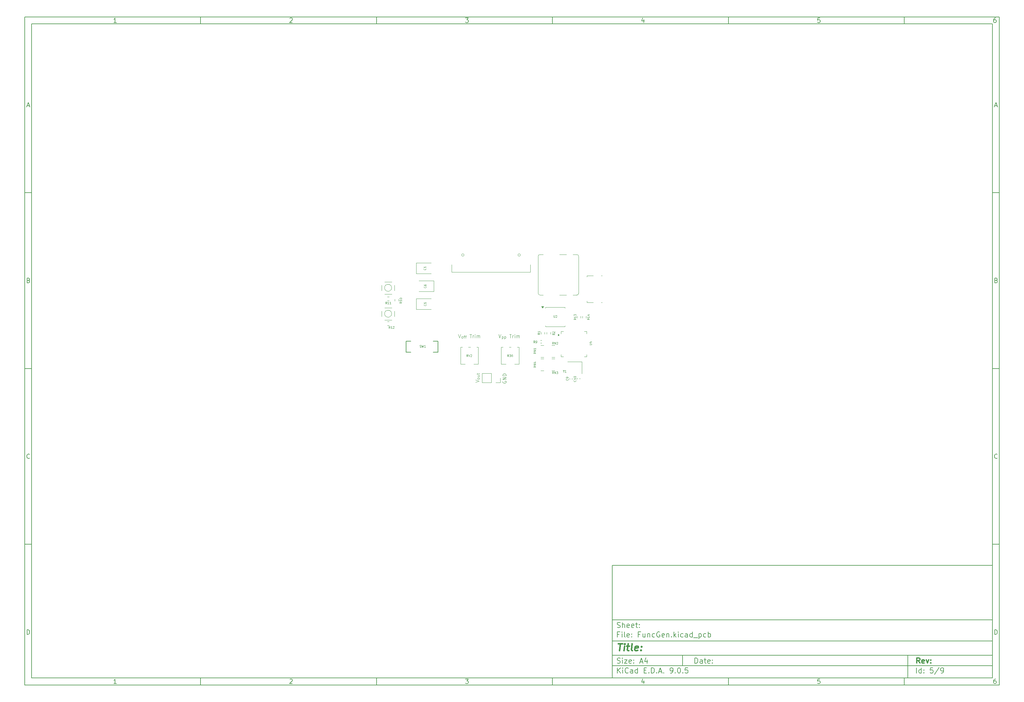
<source format=gbr>
%TF.GenerationSoftware,KiCad,Pcbnew,9.0.5*%
%TF.CreationDate,2025-10-31T11:59:02+05:30*%
%TF.ProjectId,FuncGen,46756e63-4765-46e2-9e6b-696361645f70,rev?*%
%TF.SameCoordinates,Original*%
%TF.FileFunction,Legend,Top*%
%TF.FilePolarity,Positive*%
%FSLAX46Y46*%
G04 Gerber Fmt 4.6, Leading zero omitted, Abs format (unit mm)*
G04 Created by KiCad (PCBNEW 9.0.5) date 2025-10-31 11:59:02*
%MOMM*%
%LPD*%
G01*
G04 APERTURE LIST*
%ADD10C,0.100000*%
%ADD11C,0.150000*%
%ADD12C,0.300000*%
%ADD13C,0.400000*%
%ADD14C,0.075000*%
%ADD15C,0.120000*%
%ADD16C,0.203200*%
G04 APERTURE END LIST*
D10*
D11*
X177002200Y-166007200D02*
X285002200Y-166007200D01*
X285002200Y-198007200D01*
X177002200Y-198007200D01*
X177002200Y-166007200D01*
D10*
D11*
X10000000Y-10000000D02*
X287002200Y-10000000D01*
X287002200Y-200007200D01*
X10000000Y-200007200D01*
X10000000Y-10000000D01*
D10*
D11*
X12000000Y-12000000D02*
X285002200Y-12000000D01*
X285002200Y-198007200D01*
X12000000Y-198007200D01*
X12000000Y-12000000D01*
D10*
D11*
X60000000Y-12000000D02*
X60000000Y-10000000D01*
D10*
D11*
X110000000Y-12000000D02*
X110000000Y-10000000D01*
D10*
D11*
X160000000Y-12000000D02*
X160000000Y-10000000D01*
D10*
D11*
X210000000Y-12000000D02*
X210000000Y-10000000D01*
D10*
D11*
X260000000Y-12000000D02*
X260000000Y-10000000D01*
D10*
D11*
X36089160Y-11593604D02*
X35346303Y-11593604D01*
X35717731Y-11593604D02*
X35717731Y-10293604D01*
X35717731Y-10293604D02*
X35593922Y-10479319D01*
X35593922Y-10479319D02*
X35470112Y-10603128D01*
X35470112Y-10603128D02*
X35346303Y-10665033D01*
D10*
D11*
X85346303Y-10417414D02*
X85408207Y-10355509D01*
X85408207Y-10355509D02*
X85532017Y-10293604D01*
X85532017Y-10293604D02*
X85841541Y-10293604D01*
X85841541Y-10293604D02*
X85965350Y-10355509D01*
X85965350Y-10355509D02*
X86027255Y-10417414D01*
X86027255Y-10417414D02*
X86089160Y-10541223D01*
X86089160Y-10541223D02*
X86089160Y-10665033D01*
X86089160Y-10665033D02*
X86027255Y-10850747D01*
X86027255Y-10850747D02*
X85284398Y-11593604D01*
X85284398Y-11593604D02*
X86089160Y-11593604D01*
D10*
D11*
X135284398Y-10293604D02*
X136089160Y-10293604D01*
X136089160Y-10293604D02*
X135655826Y-10788842D01*
X135655826Y-10788842D02*
X135841541Y-10788842D01*
X135841541Y-10788842D02*
X135965350Y-10850747D01*
X135965350Y-10850747D02*
X136027255Y-10912652D01*
X136027255Y-10912652D02*
X136089160Y-11036461D01*
X136089160Y-11036461D02*
X136089160Y-11345985D01*
X136089160Y-11345985D02*
X136027255Y-11469795D01*
X136027255Y-11469795D02*
X135965350Y-11531700D01*
X135965350Y-11531700D02*
X135841541Y-11593604D01*
X135841541Y-11593604D02*
X135470112Y-11593604D01*
X135470112Y-11593604D02*
X135346303Y-11531700D01*
X135346303Y-11531700D02*
X135284398Y-11469795D01*
D10*
D11*
X185965350Y-10726938D02*
X185965350Y-11593604D01*
X185655826Y-10231700D02*
X185346303Y-11160271D01*
X185346303Y-11160271D02*
X186151064Y-11160271D01*
D10*
D11*
X236027255Y-10293604D02*
X235408207Y-10293604D01*
X235408207Y-10293604D02*
X235346303Y-10912652D01*
X235346303Y-10912652D02*
X235408207Y-10850747D01*
X235408207Y-10850747D02*
X235532017Y-10788842D01*
X235532017Y-10788842D02*
X235841541Y-10788842D01*
X235841541Y-10788842D02*
X235965350Y-10850747D01*
X235965350Y-10850747D02*
X236027255Y-10912652D01*
X236027255Y-10912652D02*
X236089160Y-11036461D01*
X236089160Y-11036461D02*
X236089160Y-11345985D01*
X236089160Y-11345985D02*
X236027255Y-11469795D01*
X236027255Y-11469795D02*
X235965350Y-11531700D01*
X235965350Y-11531700D02*
X235841541Y-11593604D01*
X235841541Y-11593604D02*
X235532017Y-11593604D01*
X235532017Y-11593604D02*
X235408207Y-11531700D01*
X235408207Y-11531700D02*
X235346303Y-11469795D01*
D10*
D11*
X285965350Y-10293604D02*
X285717731Y-10293604D01*
X285717731Y-10293604D02*
X285593922Y-10355509D01*
X285593922Y-10355509D02*
X285532017Y-10417414D01*
X285532017Y-10417414D02*
X285408207Y-10603128D01*
X285408207Y-10603128D02*
X285346303Y-10850747D01*
X285346303Y-10850747D02*
X285346303Y-11345985D01*
X285346303Y-11345985D02*
X285408207Y-11469795D01*
X285408207Y-11469795D02*
X285470112Y-11531700D01*
X285470112Y-11531700D02*
X285593922Y-11593604D01*
X285593922Y-11593604D02*
X285841541Y-11593604D01*
X285841541Y-11593604D02*
X285965350Y-11531700D01*
X285965350Y-11531700D02*
X286027255Y-11469795D01*
X286027255Y-11469795D02*
X286089160Y-11345985D01*
X286089160Y-11345985D02*
X286089160Y-11036461D01*
X286089160Y-11036461D02*
X286027255Y-10912652D01*
X286027255Y-10912652D02*
X285965350Y-10850747D01*
X285965350Y-10850747D02*
X285841541Y-10788842D01*
X285841541Y-10788842D02*
X285593922Y-10788842D01*
X285593922Y-10788842D02*
X285470112Y-10850747D01*
X285470112Y-10850747D02*
X285408207Y-10912652D01*
X285408207Y-10912652D02*
X285346303Y-11036461D01*
D10*
D11*
X60000000Y-198007200D02*
X60000000Y-200007200D01*
D10*
D11*
X110000000Y-198007200D02*
X110000000Y-200007200D01*
D10*
D11*
X160000000Y-198007200D02*
X160000000Y-200007200D01*
D10*
D11*
X210000000Y-198007200D02*
X210000000Y-200007200D01*
D10*
D11*
X260000000Y-198007200D02*
X260000000Y-200007200D01*
D10*
D11*
X36089160Y-199600804D02*
X35346303Y-199600804D01*
X35717731Y-199600804D02*
X35717731Y-198300804D01*
X35717731Y-198300804D02*
X35593922Y-198486519D01*
X35593922Y-198486519D02*
X35470112Y-198610328D01*
X35470112Y-198610328D02*
X35346303Y-198672233D01*
D10*
D11*
X85346303Y-198424614D02*
X85408207Y-198362709D01*
X85408207Y-198362709D02*
X85532017Y-198300804D01*
X85532017Y-198300804D02*
X85841541Y-198300804D01*
X85841541Y-198300804D02*
X85965350Y-198362709D01*
X85965350Y-198362709D02*
X86027255Y-198424614D01*
X86027255Y-198424614D02*
X86089160Y-198548423D01*
X86089160Y-198548423D02*
X86089160Y-198672233D01*
X86089160Y-198672233D02*
X86027255Y-198857947D01*
X86027255Y-198857947D02*
X85284398Y-199600804D01*
X85284398Y-199600804D02*
X86089160Y-199600804D01*
D10*
D11*
X135284398Y-198300804D02*
X136089160Y-198300804D01*
X136089160Y-198300804D02*
X135655826Y-198796042D01*
X135655826Y-198796042D02*
X135841541Y-198796042D01*
X135841541Y-198796042D02*
X135965350Y-198857947D01*
X135965350Y-198857947D02*
X136027255Y-198919852D01*
X136027255Y-198919852D02*
X136089160Y-199043661D01*
X136089160Y-199043661D02*
X136089160Y-199353185D01*
X136089160Y-199353185D02*
X136027255Y-199476995D01*
X136027255Y-199476995D02*
X135965350Y-199538900D01*
X135965350Y-199538900D02*
X135841541Y-199600804D01*
X135841541Y-199600804D02*
X135470112Y-199600804D01*
X135470112Y-199600804D02*
X135346303Y-199538900D01*
X135346303Y-199538900D02*
X135284398Y-199476995D01*
D10*
D11*
X185965350Y-198734138D02*
X185965350Y-199600804D01*
X185655826Y-198238900D02*
X185346303Y-199167471D01*
X185346303Y-199167471D02*
X186151064Y-199167471D01*
D10*
D11*
X236027255Y-198300804D02*
X235408207Y-198300804D01*
X235408207Y-198300804D02*
X235346303Y-198919852D01*
X235346303Y-198919852D02*
X235408207Y-198857947D01*
X235408207Y-198857947D02*
X235532017Y-198796042D01*
X235532017Y-198796042D02*
X235841541Y-198796042D01*
X235841541Y-198796042D02*
X235965350Y-198857947D01*
X235965350Y-198857947D02*
X236027255Y-198919852D01*
X236027255Y-198919852D02*
X236089160Y-199043661D01*
X236089160Y-199043661D02*
X236089160Y-199353185D01*
X236089160Y-199353185D02*
X236027255Y-199476995D01*
X236027255Y-199476995D02*
X235965350Y-199538900D01*
X235965350Y-199538900D02*
X235841541Y-199600804D01*
X235841541Y-199600804D02*
X235532017Y-199600804D01*
X235532017Y-199600804D02*
X235408207Y-199538900D01*
X235408207Y-199538900D02*
X235346303Y-199476995D01*
D10*
D11*
X285965350Y-198300804D02*
X285717731Y-198300804D01*
X285717731Y-198300804D02*
X285593922Y-198362709D01*
X285593922Y-198362709D02*
X285532017Y-198424614D01*
X285532017Y-198424614D02*
X285408207Y-198610328D01*
X285408207Y-198610328D02*
X285346303Y-198857947D01*
X285346303Y-198857947D02*
X285346303Y-199353185D01*
X285346303Y-199353185D02*
X285408207Y-199476995D01*
X285408207Y-199476995D02*
X285470112Y-199538900D01*
X285470112Y-199538900D02*
X285593922Y-199600804D01*
X285593922Y-199600804D02*
X285841541Y-199600804D01*
X285841541Y-199600804D02*
X285965350Y-199538900D01*
X285965350Y-199538900D02*
X286027255Y-199476995D01*
X286027255Y-199476995D02*
X286089160Y-199353185D01*
X286089160Y-199353185D02*
X286089160Y-199043661D01*
X286089160Y-199043661D02*
X286027255Y-198919852D01*
X286027255Y-198919852D02*
X285965350Y-198857947D01*
X285965350Y-198857947D02*
X285841541Y-198796042D01*
X285841541Y-198796042D02*
X285593922Y-198796042D01*
X285593922Y-198796042D02*
X285470112Y-198857947D01*
X285470112Y-198857947D02*
X285408207Y-198919852D01*
X285408207Y-198919852D02*
X285346303Y-199043661D01*
D10*
D11*
X10000000Y-60000000D02*
X12000000Y-60000000D01*
D10*
D11*
X10000000Y-110000000D02*
X12000000Y-110000000D01*
D10*
D11*
X10000000Y-160000000D02*
X12000000Y-160000000D01*
D10*
D11*
X10690476Y-35222176D02*
X11309523Y-35222176D01*
X10566666Y-35593604D02*
X10999999Y-34293604D01*
X10999999Y-34293604D02*
X11433333Y-35593604D01*
D10*
D11*
X11092857Y-84912652D02*
X11278571Y-84974557D01*
X11278571Y-84974557D02*
X11340476Y-85036461D01*
X11340476Y-85036461D02*
X11402380Y-85160271D01*
X11402380Y-85160271D02*
X11402380Y-85345985D01*
X11402380Y-85345985D02*
X11340476Y-85469795D01*
X11340476Y-85469795D02*
X11278571Y-85531700D01*
X11278571Y-85531700D02*
X11154761Y-85593604D01*
X11154761Y-85593604D02*
X10659523Y-85593604D01*
X10659523Y-85593604D02*
X10659523Y-84293604D01*
X10659523Y-84293604D02*
X11092857Y-84293604D01*
X11092857Y-84293604D02*
X11216666Y-84355509D01*
X11216666Y-84355509D02*
X11278571Y-84417414D01*
X11278571Y-84417414D02*
X11340476Y-84541223D01*
X11340476Y-84541223D02*
X11340476Y-84665033D01*
X11340476Y-84665033D02*
X11278571Y-84788842D01*
X11278571Y-84788842D02*
X11216666Y-84850747D01*
X11216666Y-84850747D02*
X11092857Y-84912652D01*
X11092857Y-84912652D02*
X10659523Y-84912652D01*
D10*
D11*
X11402380Y-135469795D02*
X11340476Y-135531700D01*
X11340476Y-135531700D02*
X11154761Y-135593604D01*
X11154761Y-135593604D02*
X11030952Y-135593604D01*
X11030952Y-135593604D02*
X10845238Y-135531700D01*
X10845238Y-135531700D02*
X10721428Y-135407890D01*
X10721428Y-135407890D02*
X10659523Y-135284080D01*
X10659523Y-135284080D02*
X10597619Y-135036461D01*
X10597619Y-135036461D02*
X10597619Y-134850747D01*
X10597619Y-134850747D02*
X10659523Y-134603128D01*
X10659523Y-134603128D02*
X10721428Y-134479319D01*
X10721428Y-134479319D02*
X10845238Y-134355509D01*
X10845238Y-134355509D02*
X11030952Y-134293604D01*
X11030952Y-134293604D02*
X11154761Y-134293604D01*
X11154761Y-134293604D02*
X11340476Y-134355509D01*
X11340476Y-134355509D02*
X11402380Y-134417414D01*
D10*
D11*
X10659523Y-185593604D02*
X10659523Y-184293604D01*
X10659523Y-184293604D02*
X10969047Y-184293604D01*
X10969047Y-184293604D02*
X11154761Y-184355509D01*
X11154761Y-184355509D02*
X11278571Y-184479319D01*
X11278571Y-184479319D02*
X11340476Y-184603128D01*
X11340476Y-184603128D02*
X11402380Y-184850747D01*
X11402380Y-184850747D02*
X11402380Y-185036461D01*
X11402380Y-185036461D02*
X11340476Y-185284080D01*
X11340476Y-185284080D02*
X11278571Y-185407890D01*
X11278571Y-185407890D02*
X11154761Y-185531700D01*
X11154761Y-185531700D02*
X10969047Y-185593604D01*
X10969047Y-185593604D02*
X10659523Y-185593604D01*
D10*
D11*
X287002200Y-60000000D02*
X285002200Y-60000000D01*
D10*
D11*
X287002200Y-110000000D02*
X285002200Y-110000000D01*
D10*
D11*
X287002200Y-160000000D02*
X285002200Y-160000000D01*
D10*
D11*
X285692676Y-35222176D02*
X286311723Y-35222176D01*
X285568866Y-35593604D02*
X286002199Y-34293604D01*
X286002199Y-34293604D02*
X286435533Y-35593604D01*
D10*
D11*
X286095057Y-84912652D02*
X286280771Y-84974557D01*
X286280771Y-84974557D02*
X286342676Y-85036461D01*
X286342676Y-85036461D02*
X286404580Y-85160271D01*
X286404580Y-85160271D02*
X286404580Y-85345985D01*
X286404580Y-85345985D02*
X286342676Y-85469795D01*
X286342676Y-85469795D02*
X286280771Y-85531700D01*
X286280771Y-85531700D02*
X286156961Y-85593604D01*
X286156961Y-85593604D02*
X285661723Y-85593604D01*
X285661723Y-85593604D02*
X285661723Y-84293604D01*
X285661723Y-84293604D02*
X286095057Y-84293604D01*
X286095057Y-84293604D02*
X286218866Y-84355509D01*
X286218866Y-84355509D02*
X286280771Y-84417414D01*
X286280771Y-84417414D02*
X286342676Y-84541223D01*
X286342676Y-84541223D02*
X286342676Y-84665033D01*
X286342676Y-84665033D02*
X286280771Y-84788842D01*
X286280771Y-84788842D02*
X286218866Y-84850747D01*
X286218866Y-84850747D02*
X286095057Y-84912652D01*
X286095057Y-84912652D02*
X285661723Y-84912652D01*
D10*
D11*
X286404580Y-135469795D02*
X286342676Y-135531700D01*
X286342676Y-135531700D02*
X286156961Y-135593604D01*
X286156961Y-135593604D02*
X286033152Y-135593604D01*
X286033152Y-135593604D02*
X285847438Y-135531700D01*
X285847438Y-135531700D02*
X285723628Y-135407890D01*
X285723628Y-135407890D02*
X285661723Y-135284080D01*
X285661723Y-135284080D02*
X285599819Y-135036461D01*
X285599819Y-135036461D02*
X285599819Y-134850747D01*
X285599819Y-134850747D02*
X285661723Y-134603128D01*
X285661723Y-134603128D02*
X285723628Y-134479319D01*
X285723628Y-134479319D02*
X285847438Y-134355509D01*
X285847438Y-134355509D02*
X286033152Y-134293604D01*
X286033152Y-134293604D02*
X286156961Y-134293604D01*
X286156961Y-134293604D02*
X286342676Y-134355509D01*
X286342676Y-134355509D02*
X286404580Y-134417414D01*
D10*
D11*
X285661723Y-185593604D02*
X285661723Y-184293604D01*
X285661723Y-184293604D02*
X285971247Y-184293604D01*
X285971247Y-184293604D02*
X286156961Y-184355509D01*
X286156961Y-184355509D02*
X286280771Y-184479319D01*
X286280771Y-184479319D02*
X286342676Y-184603128D01*
X286342676Y-184603128D02*
X286404580Y-184850747D01*
X286404580Y-184850747D02*
X286404580Y-185036461D01*
X286404580Y-185036461D02*
X286342676Y-185284080D01*
X286342676Y-185284080D02*
X286280771Y-185407890D01*
X286280771Y-185407890D02*
X286156961Y-185531700D01*
X286156961Y-185531700D02*
X285971247Y-185593604D01*
X285971247Y-185593604D02*
X285661723Y-185593604D01*
D10*
D11*
X200458026Y-193793328D02*
X200458026Y-192293328D01*
X200458026Y-192293328D02*
X200815169Y-192293328D01*
X200815169Y-192293328D02*
X201029455Y-192364757D01*
X201029455Y-192364757D02*
X201172312Y-192507614D01*
X201172312Y-192507614D02*
X201243741Y-192650471D01*
X201243741Y-192650471D02*
X201315169Y-192936185D01*
X201315169Y-192936185D02*
X201315169Y-193150471D01*
X201315169Y-193150471D02*
X201243741Y-193436185D01*
X201243741Y-193436185D02*
X201172312Y-193579042D01*
X201172312Y-193579042D02*
X201029455Y-193721900D01*
X201029455Y-193721900D02*
X200815169Y-193793328D01*
X200815169Y-193793328D02*
X200458026Y-193793328D01*
X202600884Y-193793328D02*
X202600884Y-193007614D01*
X202600884Y-193007614D02*
X202529455Y-192864757D01*
X202529455Y-192864757D02*
X202386598Y-192793328D01*
X202386598Y-192793328D02*
X202100884Y-192793328D01*
X202100884Y-192793328D02*
X201958026Y-192864757D01*
X202600884Y-193721900D02*
X202458026Y-193793328D01*
X202458026Y-193793328D02*
X202100884Y-193793328D01*
X202100884Y-193793328D02*
X201958026Y-193721900D01*
X201958026Y-193721900D02*
X201886598Y-193579042D01*
X201886598Y-193579042D02*
X201886598Y-193436185D01*
X201886598Y-193436185D02*
X201958026Y-193293328D01*
X201958026Y-193293328D02*
X202100884Y-193221900D01*
X202100884Y-193221900D02*
X202458026Y-193221900D01*
X202458026Y-193221900D02*
X202600884Y-193150471D01*
X203100884Y-192793328D02*
X203672312Y-192793328D01*
X203315169Y-192293328D02*
X203315169Y-193579042D01*
X203315169Y-193579042D02*
X203386598Y-193721900D01*
X203386598Y-193721900D02*
X203529455Y-193793328D01*
X203529455Y-193793328D02*
X203672312Y-193793328D01*
X204743741Y-193721900D02*
X204600884Y-193793328D01*
X204600884Y-193793328D02*
X204315170Y-193793328D01*
X204315170Y-193793328D02*
X204172312Y-193721900D01*
X204172312Y-193721900D02*
X204100884Y-193579042D01*
X204100884Y-193579042D02*
X204100884Y-193007614D01*
X204100884Y-193007614D02*
X204172312Y-192864757D01*
X204172312Y-192864757D02*
X204315170Y-192793328D01*
X204315170Y-192793328D02*
X204600884Y-192793328D01*
X204600884Y-192793328D02*
X204743741Y-192864757D01*
X204743741Y-192864757D02*
X204815170Y-193007614D01*
X204815170Y-193007614D02*
X204815170Y-193150471D01*
X204815170Y-193150471D02*
X204100884Y-193293328D01*
X205458026Y-193650471D02*
X205529455Y-193721900D01*
X205529455Y-193721900D02*
X205458026Y-193793328D01*
X205458026Y-193793328D02*
X205386598Y-193721900D01*
X205386598Y-193721900D02*
X205458026Y-193650471D01*
X205458026Y-193650471D02*
X205458026Y-193793328D01*
X205458026Y-192864757D02*
X205529455Y-192936185D01*
X205529455Y-192936185D02*
X205458026Y-193007614D01*
X205458026Y-193007614D02*
X205386598Y-192936185D01*
X205386598Y-192936185D02*
X205458026Y-192864757D01*
X205458026Y-192864757D02*
X205458026Y-193007614D01*
D10*
D11*
X177002200Y-194507200D02*
X285002200Y-194507200D01*
D10*
D11*
X178458026Y-196593328D02*
X178458026Y-195093328D01*
X179315169Y-196593328D02*
X178672312Y-195736185D01*
X179315169Y-195093328D02*
X178458026Y-195950471D01*
X179958026Y-196593328D02*
X179958026Y-195593328D01*
X179958026Y-195093328D02*
X179886598Y-195164757D01*
X179886598Y-195164757D02*
X179958026Y-195236185D01*
X179958026Y-195236185D02*
X180029455Y-195164757D01*
X180029455Y-195164757D02*
X179958026Y-195093328D01*
X179958026Y-195093328D02*
X179958026Y-195236185D01*
X181529455Y-196450471D02*
X181458027Y-196521900D01*
X181458027Y-196521900D02*
X181243741Y-196593328D01*
X181243741Y-196593328D02*
X181100884Y-196593328D01*
X181100884Y-196593328D02*
X180886598Y-196521900D01*
X180886598Y-196521900D02*
X180743741Y-196379042D01*
X180743741Y-196379042D02*
X180672312Y-196236185D01*
X180672312Y-196236185D02*
X180600884Y-195950471D01*
X180600884Y-195950471D02*
X180600884Y-195736185D01*
X180600884Y-195736185D02*
X180672312Y-195450471D01*
X180672312Y-195450471D02*
X180743741Y-195307614D01*
X180743741Y-195307614D02*
X180886598Y-195164757D01*
X180886598Y-195164757D02*
X181100884Y-195093328D01*
X181100884Y-195093328D02*
X181243741Y-195093328D01*
X181243741Y-195093328D02*
X181458027Y-195164757D01*
X181458027Y-195164757D02*
X181529455Y-195236185D01*
X182815170Y-196593328D02*
X182815170Y-195807614D01*
X182815170Y-195807614D02*
X182743741Y-195664757D01*
X182743741Y-195664757D02*
X182600884Y-195593328D01*
X182600884Y-195593328D02*
X182315170Y-195593328D01*
X182315170Y-195593328D02*
X182172312Y-195664757D01*
X182815170Y-196521900D02*
X182672312Y-196593328D01*
X182672312Y-196593328D02*
X182315170Y-196593328D01*
X182315170Y-196593328D02*
X182172312Y-196521900D01*
X182172312Y-196521900D02*
X182100884Y-196379042D01*
X182100884Y-196379042D02*
X182100884Y-196236185D01*
X182100884Y-196236185D02*
X182172312Y-196093328D01*
X182172312Y-196093328D02*
X182315170Y-196021900D01*
X182315170Y-196021900D02*
X182672312Y-196021900D01*
X182672312Y-196021900D02*
X182815170Y-195950471D01*
X184172313Y-196593328D02*
X184172313Y-195093328D01*
X184172313Y-196521900D02*
X184029455Y-196593328D01*
X184029455Y-196593328D02*
X183743741Y-196593328D01*
X183743741Y-196593328D02*
X183600884Y-196521900D01*
X183600884Y-196521900D02*
X183529455Y-196450471D01*
X183529455Y-196450471D02*
X183458027Y-196307614D01*
X183458027Y-196307614D02*
X183458027Y-195879042D01*
X183458027Y-195879042D02*
X183529455Y-195736185D01*
X183529455Y-195736185D02*
X183600884Y-195664757D01*
X183600884Y-195664757D02*
X183743741Y-195593328D01*
X183743741Y-195593328D02*
X184029455Y-195593328D01*
X184029455Y-195593328D02*
X184172313Y-195664757D01*
X186029455Y-195807614D02*
X186529455Y-195807614D01*
X186743741Y-196593328D02*
X186029455Y-196593328D01*
X186029455Y-196593328D02*
X186029455Y-195093328D01*
X186029455Y-195093328D02*
X186743741Y-195093328D01*
X187386598Y-196450471D02*
X187458027Y-196521900D01*
X187458027Y-196521900D02*
X187386598Y-196593328D01*
X187386598Y-196593328D02*
X187315170Y-196521900D01*
X187315170Y-196521900D02*
X187386598Y-196450471D01*
X187386598Y-196450471D02*
X187386598Y-196593328D01*
X188100884Y-196593328D02*
X188100884Y-195093328D01*
X188100884Y-195093328D02*
X188458027Y-195093328D01*
X188458027Y-195093328D02*
X188672313Y-195164757D01*
X188672313Y-195164757D02*
X188815170Y-195307614D01*
X188815170Y-195307614D02*
X188886599Y-195450471D01*
X188886599Y-195450471D02*
X188958027Y-195736185D01*
X188958027Y-195736185D02*
X188958027Y-195950471D01*
X188958027Y-195950471D02*
X188886599Y-196236185D01*
X188886599Y-196236185D02*
X188815170Y-196379042D01*
X188815170Y-196379042D02*
X188672313Y-196521900D01*
X188672313Y-196521900D02*
X188458027Y-196593328D01*
X188458027Y-196593328D02*
X188100884Y-196593328D01*
X189600884Y-196450471D02*
X189672313Y-196521900D01*
X189672313Y-196521900D02*
X189600884Y-196593328D01*
X189600884Y-196593328D02*
X189529456Y-196521900D01*
X189529456Y-196521900D02*
X189600884Y-196450471D01*
X189600884Y-196450471D02*
X189600884Y-196593328D01*
X190243742Y-196164757D02*
X190958028Y-196164757D01*
X190100885Y-196593328D02*
X190600885Y-195093328D01*
X190600885Y-195093328D02*
X191100885Y-196593328D01*
X191600884Y-196450471D02*
X191672313Y-196521900D01*
X191672313Y-196521900D02*
X191600884Y-196593328D01*
X191600884Y-196593328D02*
X191529456Y-196521900D01*
X191529456Y-196521900D02*
X191600884Y-196450471D01*
X191600884Y-196450471D02*
X191600884Y-196593328D01*
X193529456Y-196593328D02*
X193815170Y-196593328D01*
X193815170Y-196593328D02*
X193958027Y-196521900D01*
X193958027Y-196521900D02*
X194029456Y-196450471D01*
X194029456Y-196450471D02*
X194172313Y-196236185D01*
X194172313Y-196236185D02*
X194243742Y-195950471D01*
X194243742Y-195950471D02*
X194243742Y-195379042D01*
X194243742Y-195379042D02*
X194172313Y-195236185D01*
X194172313Y-195236185D02*
X194100885Y-195164757D01*
X194100885Y-195164757D02*
X193958027Y-195093328D01*
X193958027Y-195093328D02*
X193672313Y-195093328D01*
X193672313Y-195093328D02*
X193529456Y-195164757D01*
X193529456Y-195164757D02*
X193458027Y-195236185D01*
X193458027Y-195236185D02*
X193386599Y-195379042D01*
X193386599Y-195379042D02*
X193386599Y-195736185D01*
X193386599Y-195736185D02*
X193458027Y-195879042D01*
X193458027Y-195879042D02*
X193529456Y-195950471D01*
X193529456Y-195950471D02*
X193672313Y-196021900D01*
X193672313Y-196021900D02*
X193958027Y-196021900D01*
X193958027Y-196021900D02*
X194100885Y-195950471D01*
X194100885Y-195950471D02*
X194172313Y-195879042D01*
X194172313Y-195879042D02*
X194243742Y-195736185D01*
X194886598Y-196450471D02*
X194958027Y-196521900D01*
X194958027Y-196521900D02*
X194886598Y-196593328D01*
X194886598Y-196593328D02*
X194815170Y-196521900D01*
X194815170Y-196521900D02*
X194886598Y-196450471D01*
X194886598Y-196450471D02*
X194886598Y-196593328D01*
X195886599Y-195093328D02*
X196029456Y-195093328D01*
X196029456Y-195093328D02*
X196172313Y-195164757D01*
X196172313Y-195164757D02*
X196243742Y-195236185D01*
X196243742Y-195236185D02*
X196315170Y-195379042D01*
X196315170Y-195379042D02*
X196386599Y-195664757D01*
X196386599Y-195664757D02*
X196386599Y-196021900D01*
X196386599Y-196021900D02*
X196315170Y-196307614D01*
X196315170Y-196307614D02*
X196243742Y-196450471D01*
X196243742Y-196450471D02*
X196172313Y-196521900D01*
X196172313Y-196521900D02*
X196029456Y-196593328D01*
X196029456Y-196593328D02*
X195886599Y-196593328D01*
X195886599Y-196593328D02*
X195743742Y-196521900D01*
X195743742Y-196521900D02*
X195672313Y-196450471D01*
X195672313Y-196450471D02*
X195600884Y-196307614D01*
X195600884Y-196307614D02*
X195529456Y-196021900D01*
X195529456Y-196021900D02*
X195529456Y-195664757D01*
X195529456Y-195664757D02*
X195600884Y-195379042D01*
X195600884Y-195379042D02*
X195672313Y-195236185D01*
X195672313Y-195236185D02*
X195743742Y-195164757D01*
X195743742Y-195164757D02*
X195886599Y-195093328D01*
X197029455Y-196450471D02*
X197100884Y-196521900D01*
X197100884Y-196521900D02*
X197029455Y-196593328D01*
X197029455Y-196593328D02*
X196958027Y-196521900D01*
X196958027Y-196521900D02*
X197029455Y-196450471D01*
X197029455Y-196450471D02*
X197029455Y-196593328D01*
X198458027Y-195093328D02*
X197743741Y-195093328D01*
X197743741Y-195093328D02*
X197672313Y-195807614D01*
X197672313Y-195807614D02*
X197743741Y-195736185D01*
X197743741Y-195736185D02*
X197886599Y-195664757D01*
X197886599Y-195664757D02*
X198243741Y-195664757D01*
X198243741Y-195664757D02*
X198386599Y-195736185D01*
X198386599Y-195736185D02*
X198458027Y-195807614D01*
X198458027Y-195807614D02*
X198529456Y-195950471D01*
X198529456Y-195950471D02*
X198529456Y-196307614D01*
X198529456Y-196307614D02*
X198458027Y-196450471D01*
X198458027Y-196450471D02*
X198386599Y-196521900D01*
X198386599Y-196521900D02*
X198243741Y-196593328D01*
X198243741Y-196593328D02*
X197886599Y-196593328D01*
X197886599Y-196593328D02*
X197743741Y-196521900D01*
X197743741Y-196521900D02*
X197672313Y-196450471D01*
D10*
D11*
X177002200Y-191507200D02*
X285002200Y-191507200D01*
D10*
D12*
X264413853Y-193785528D02*
X263913853Y-193071242D01*
X263556710Y-193785528D02*
X263556710Y-192285528D01*
X263556710Y-192285528D02*
X264128139Y-192285528D01*
X264128139Y-192285528D02*
X264270996Y-192356957D01*
X264270996Y-192356957D02*
X264342425Y-192428385D01*
X264342425Y-192428385D02*
X264413853Y-192571242D01*
X264413853Y-192571242D02*
X264413853Y-192785528D01*
X264413853Y-192785528D02*
X264342425Y-192928385D01*
X264342425Y-192928385D02*
X264270996Y-192999814D01*
X264270996Y-192999814D02*
X264128139Y-193071242D01*
X264128139Y-193071242D02*
X263556710Y-193071242D01*
X265628139Y-193714100D02*
X265485282Y-193785528D01*
X265485282Y-193785528D02*
X265199568Y-193785528D01*
X265199568Y-193785528D02*
X265056710Y-193714100D01*
X265056710Y-193714100D02*
X264985282Y-193571242D01*
X264985282Y-193571242D02*
X264985282Y-192999814D01*
X264985282Y-192999814D02*
X265056710Y-192856957D01*
X265056710Y-192856957D02*
X265199568Y-192785528D01*
X265199568Y-192785528D02*
X265485282Y-192785528D01*
X265485282Y-192785528D02*
X265628139Y-192856957D01*
X265628139Y-192856957D02*
X265699568Y-192999814D01*
X265699568Y-192999814D02*
X265699568Y-193142671D01*
X265699568Y-193142671D02*
X264985282Y-193285528D01*
X266199567Y-192785528D02*
X266556710Y-193785528D01*
X266556710Y-193785528D02*
X266913853Y-192785528D01*
X267485281Y-193642671D02*
X267556710Y-193714100D01*
X267556710Y-193714100D02*
X267485281Y-193785528D01*
X267485281Y-193785528D02*
X267413853Y-193714100D01*
X267413853Y-193714100D02*
X267485281Y-193642671D01*
X267485281Y-193642671D02*
X267485281Y-193785528D01*
X267485281Y-192856957D02*
X267556710Y-192928385D01*
X267556710Y-192928385D02*
X267485281Y-192999814D01*
X267485281Y-192999814D02*
X267413853Y-192928385D01*
X267413853Y-192928385D02*
X267485281Y-192856957D01*
X267485281Y-192856957D02*
X267485281Y-192999814D01*
D10*
D11*
X178386598Y-193721900D02*
X178600884Y-193793328D01*
X178600884Y-193793328D02*
X178958026Y-193793328D01*
X178958026Y-193793328D02*
X179100884Y-193721900D01*
X179100884Y-193721900D02*
X179172312Y-193650471D01*
X179172312Y-193650471D02*
X179243741Y-193507614D01*
X179243741Y-193507614D02*
X179243741Y-193364757D01*
X179243741Y-193364757D02*
X179172312Y-193221900D01*
X179172312Y-193221900D02*
X179100884Y-193150471D01*
X179100884Y-193150471D02*
X178958026Y-193079042D01*
X178958026Y-193079042D02*
X178672312Y-193007614D01*
X178672312Y-193007614D02*
X178529455Y-192936185D01*
X178529455Y-192936185D02*
X178458026Y-192864757D01*
X178458026Y-192864757D02*
X178386598Y-192721900D01*
X178386598Y-192721900D02*
X178386598Y-192579042D01*
X178386598Y-192579042D02*
X178458026Y-192436185D01*
X178458026Y-192436185D02*
X178529455Y-192364757D01*
X178529455Y-192364757D02*
X178672312Y-192293328D01*
X178672312Y-192293328D02*
X179029455Y-192293328D01*
X179029455Y-192293328D02*
X179243741Y-192364757D01*
X179886597Y-193793328D02*
X179886597Y-192793328D01*
X179886597Y-192293328D02*
X179815169Y-192364757D01*
X179815169Y-192364757D02*
X179886597Y-192436185D01*
X179886597Y-192436185D02*
X179958026Y-192364757D01*
X179958026Y-192364757D02*
X179886597Y-192293328D01*
X179886597Y-192293328D02*
X179886597Y-192436185D01*
X180458026Y-192793328D02*
X181243741Y-192793328D01*
X181243741Y-192793328D02*
X180458026Y-193793328D01*
X180458026Y-193793328D02*
X181243741Y-193793328D01*
X182386598Y-193721900D02*
X182243741Y-193793328D01*
X182243741Y-193793328D02*
X181958027Y-193793328D01*
X181958027Y-193793328D02*
X181815169Y-193721900D01*
X181815169Y-193721900D02*
X181743741Y-193579042D01*
X181743741Y-193579042D02*
X181743741Y-193007614D01*
X181743741Y-193007614D02*
X181815169Y-192864757D01*
X181815169Y-192864757D02*
X181958027Y-192793328D01*
X181958027Y-192793328D02*
X182243741Y-192793328D01*
X182243741Y-192793328D02*
X182386598Y-192864757D01*
X182386598Y-192864757D02*
X182458027Y-193007614D01*
X182458027Y-193007614D02*
X182458027Y-193150471D01*
X182458027Y-193150471D02*
X181743741Y-193293328D01*
X183100883Y-193650471D02*
X183172312Y-193721900D01*
X183172312Y-193721900D02*
X183100883Y-193793328D01*
X183100883Y-193793328D02*
X183029455Y-193721900D01*
X183029455Y-193721900D02*
X183100883Y-193650471D01*
X183100883Y-193650471D02*
X183100883Y-193793328D01*
X183100883Y-192864757D02*
X183172312Y-192936185D01*
X183172312Y-192936185D02*
X183100883Y-193007614D01*
X183100883Y-193007614D02*
X183029455Y-192936185D01*
X183029455Y-192936185D02*
X183100883Y-192864757D01*
X183100883Y-192864757D02*
X183100883Y-193007614D01*
X184886598Y-193364757D02*
X185600884Y-193364757D01*
X184743741Y-193793328D02*
X185243741Y-192293328D01*
X185243741Y-192293328D02*
X185743741Y-193793328D01*
X186886598Y-192793328D02*
X186886598Y-193793328D01*
X186529455Y-192221900D02*
X186172312Y-193293328D01*
X186172312Y-193293328D02*
X187100883Y-193293328D01*
D10*
D11*
X263458026Y-196593328D02*
X263458026Y-195093328D01*
X264815170Y-196593328D02*
X264815170Y-195093328D01*
X264815170Y-196521900D02*
X264672312Y-196593328D01*
X264672312Y-196593328D02*
X264386598Y-196593328D01*
X264386598Y-196593328D02*
X264243741Y-196521900D01*
X264243741Y-196521900D02*
X264172312Y-196450471D01*
X264172312Y-196450471D02*
X264100884Y-196307614D01*
X264100884Y-196307614D02*
X264100884Y-195879042D01*
X264100884Y-195879042D02*
X264172312Y-195736185D01*
X264172312Y-195736185D02*
X264243741Y-195664757D01*
X264243741Y-195664757D02*
X264386598Y-195593328D01*
X264386598Y-195593328D02*
X264672312Y-195593328D01*
X264672312Y-195593328D02*
X264815170Y-195664757D01*
X265529455Y-196450471D02*
X265600884Y-196521900D01*
X265600884Y-196521900D02*
X265529455Y-196593328D01*
X265529455Y-196593328D02*
X265458027Y-196521900D01*
X265458027Y-196521900D02*
X265529455Y-196450471D01*
X265529455Y-196450471D02*
X265529455Y-196593328D01*
X265529455Y-195664757D02*
X265600884Y-195736185D01*
X265600884Y-195736185D02*
X265529455Y-195807614D01*
X265529455Y-195807614D02*
X265458027Y-195736185D01*
X265458027Y-195736185D02*
X265529455Y-195664757D01*
X265529455Y-195664757D02*
X265529455Y-195807614D01*
X268100884Y-195093328D02*
X267386598Y-195093328D01*
X267386598Y-195093328D02*
X267315170Y-195807614D01*
X267315170Y-195807614D02*
X267386598Y-195736185D01*
X267386598Y-195736185D02*
X267529456Y-195664757D01*
X267529456Y-195664757D02*
X267886598Y-195664757D01*
X267886598Y-195664757D02*
X268029456Y-195736185D01*
X268029456Y-195736185D02*
X268100884Y-195807614D01*
X268100884Y-195807614D02*
X268172313Y-195950471D01*
X268172313Y-195950471D02*
X268172313Y-196307614D01*
X268172313Y-196307614D02*
X268100884Y-196450471D01*
X268100884Y-196450471D02*
X268029456Y-196521900D01*
X268029456Y-196521900D02*
X267886598Y-196593328D01*
X267886598Y-196593328D02*
X267529456Y-196593328D01*
X267529456Y-196593328D02*
X267386598Y-196521900D01*
X267386598Y-196521900D02*
X267315170Y-196450471D01*
X269886598Y-195021900D02*
X268600884Y-196950471D01*
X270458027Y-196593328D02*
X270743741Y-196593328D01*
X270743741Y-196593328D02*
X270886598Y-196521900D01*
X270886598Y-196521900D02*
X270958027Y-196450471D01*
X270958027Y-196450471D02*
X271100884Y-196236185D01*
X271100884Y-196236185D02*
X271172313Y-195950471D01*
X271172313Y-195950471D02*
X271172313Y-195379042D01*
X271172313Y-195379042D02*
X271100884Y-195236185D01*
X271100884Y-195236185D02*
X271029456Y-195164757D01*
X271029456Y-195164757D02*
X270886598Y-195093328D01*
X270886598Y-195093328D02*
X270600884Y-195093328D01*
X270600884Y-195093328D02*
X270458027Y-195164757D01*
X270458027Y-195164757D02*
X270386598Y-195236185D01*
X270386598Y-195236185D02*
X270315170Y-195379042D01*
X270315170Y-195379042D02*
X270315170Y-195736185D01*
X270315170Y-195736185D02*
X270386598Y-195879042D01*
X270386598Y-195879042D02*
X270458027Y-195950471D01*
X270458027Y-195950471D02*
X270600884Y-196021900D01*
X270600884Y-196021900D02*
X270886598Y-196021900D01*
X270886598Y-196021900D02*
X271029456Y-195950471D01*
X271029456Y-195950471D02*
X271100884Y-195879042D01*
X271100884Y-195879042D02*
X271172313Y-195736185D01*
D10*
D11*
X177002200Y-187507200D02*
X285002200Y-187507200D01*
D10*
D13*
X178693928Y-188211638D02*
X179836785Y-188211638D01*
X179015357Y-190211638D02*
X179265357Y-188211638D01*
X180253452Y-190211638D02*
X180420119Y-188878304D01*
X180503452Y-188211638D02*
X180396309Y-188306876D01*
X180396309Y-188306876D02*
X180479643Y-188402114D01*
X180479643Y-188402114D02*
X180586786Y-188306876D01*
X180586786Y-188306876D02*
X180503452Y-188211638D01*
X180503452Y-188211638D02*
X180479643Y-188402114D01*
X181086786Y-188878304D02*
X181848690Y-188878304D01*
X181455833Y-188211638D02*
X181241548Y-189925923D01*
X181241548Y-189925923D02*
X181312976Y-190116400D01*
X181312976Y-190116400D02*
X181491548Y-190211638D01*
X181491548Y-190211638D02*
X181682024Y-190211638D01*
X182634405Y-190211638D02*
X182455833Y-190116400D01*
X182455833Y-190116400D02*
X182384405Y-189925923D01*
X182384405Y-189925923D02*
X182598690Y-188211638D01*
X184170119Y-190116400D02*
X183967738Y-190211638D01*
X183967738Y-190211638D02*
X183586785Y-190211638D01*
X183586785Y-190211638D02*
X183408214Y-190116400D01*
X183408214Y-190116400D02*
X183336785Y-189925923D01*
X183336785Y-189925923D02*
X183432024Y-189164019D01*
X183432024Y-189164019D02*
X183551071Y-188973542D01*
X183551071Y-188973542D02*
X183753452Y-188878304D01*
X183753452Y-188878304D02*
X184134404Y-188878304D01*
X184134404Y-188878304D02*
X184312976Y-188973542D01*
X184312976Y-188973542D02*
X184384404Y-189164019D01*
X184384404Y-189164019D02*
X184360595Y-189354495D01*
X184360595Y-189354495D02*
X183384404Y-189544971D01*
X185134405Y-190021161D02*
X185217738Y-190116400D01*
X185217738Y-190116400D02*
X185110595Y-190211638D01*
X185110595Y-190211638D02*
X185027262Y-190116400D01*
X185027262Y-190116400D02*
X185134405Y-190021161D01*
X185134405Y-190021161D02*
X185110595Y-190211638D01*
X185265357Y-188973542D02*
X185348690Y-189068780D01*
X185348690Y-189068780D02*
X185241548Y-189164019D01*
X185241548Y-189164019D02*
X185158214Y-189068780D01*
X185158214Y-189068780D02*
X185265357Y-188973542D01*
X185265357Y-188973542D02*
X185241548Y-189164019D01*
D10*
D11*
X178958026Y-185607614D02*
X178458026Y-185607614D01*
X178458026Y-186393328D02*
X178458026Y-184893328D01*
X178458026Y-184893328D02*
X179172312Y-184893328D01*
X179743740Y-186393328D02*
X179743740Y-185393328D01*
X179743740Y-184893328D02*
X179672312Y-184964757D01*
X179672312Y-184964757D02*
X179743740Y-185036185D01*
X179743740Y-185036185D02*
X179815169Y-184964757D01*
X179815169Y-184964757D02*
X179743740Y-184893328D01*
X179743740Y-184893328D02*
X179743740Y-185036185D01*
X180672312Y-186393328D02*
X180529455Y-186321900D01*
X180529455Y-186321900D02*
X180458026Y-186179042D01*
X180458026Y-186179042D02*
X180458026Y-184893328D01*
X181815169Y-186321900D02*
X181672312Y-186393328D01*
X181672312Y-186393328D02*
X181386598Y-186393328D01*
X181386598Y-186393328D02*
X181243740Y-186321900D01*
X181243740Y-186321900D02*
X181172312Y-186179042D01*
X181172312Y-186179042D02*
X181172312Y-185607614D01*
X181172312Y-185607614D02*
X181243740Y-185464757D01*
X181243740Y-185464757D02*
X181386598Y-185393328D01*
X181386598Y-185393328D02*
X181672312Y-185393328D01*
X181672312Y-185393328D02*
X181815169Y-185464757D01*
X181815169Y-185464757D02*
X181886598Y-185607614D01*
X181886598Y-185607614D02*
X181886598Y-185750471D01*
X181886598Y-185750471D02*
X181172312Y-185893328D01*
X182529454Y-186250471D02*
X182600883Y-186321900D01*
X182600883Y-186321900D02*
X182529454Y-186393328D01*
X182529454Y-186393328D02*
X182458026Y-186321900D01*
X182458026Y-186321900D02*
X182529454Y-186250471D01*
X182529454Y-186250471D02*
X182529454Y-186393328D01*
X182529454Y-185464757D02*
X182600883Y-185536185D01*
X182600883Y-185536185D02*
X182529454Y-185607614D01*
X182529454Y-185607614D02*
X182458026Y-185536185D01*
X182458026Y-185536185D02*
X182529454Y-185464757D01*
X182529454Y-185464757D02*
X182529454Y-185607614D01*
X184886597Y-185607614D02*
X184386597Y-185607614D01*
X184386597Y-186393328D02*
X184386597Y-184893328D01*
X184386597Y-184893328D02*
X185100883Y-184893328D01*
X186315169Y-185393328D02*
X186315169Y-186393328D01*
X185672311Y-185393328D02*
X185672311Y-186179042D01*
X185672311Y-186179042D02*
X185743740Y-186321900D01*
X185743740Y-186321900D02*
X185886597Y-186393328D01*
X185886597Y-186393328D02*
X186100883Y-186393328D01*
X186100883Y-186393328D02*
X186243740Y-186321900D01*
X186243740Y-186321900D02*
X186315169Y-186250471D01*
X187029454Y-185393328D02*
X187029454Y-186393328D01*
X187029454Y-185536185D02*
X187100883Y-185464757D01*
X187100883Y-185464757D02*
X187243740Y-185393328D01*
X187243740Y-185393328D02*
X187458026Y-185393328D01*
X187458026Y-185393328D02*
X187600883Y-185464757D01*
X187600883Y-185464757D02*
X187672312Y-185607614D01*
X187672312Y-185607614D02*
X187672312Y-186393328D01*
X189029455Y-186321900D02*
X188886597Y-186393328D01*
X188886597Y-186393328D02*
X188600883Y-186393328D01*
X188600883Y-186393328D02*
X188458026Y-186321900D01*
X188458026Y-186321900D02*
X188386597Y-186250471D01*
X188386597Y-186250471D02*
X188315169Y-186107614D01*
X188315169Y-186107614D02*
X188315169Y-185679042D01*
X188315169Y-185679042D02*
X188386597Y-185536185D01*
X188386597Y-185536185D02*
X188458026Y-185464757D01*
X188458026Y-185464757D02*
X188600883Y-185393328D01*
X188600883Y-185393328D02*
X188886597Y-185393328D01*
X188886597Y-185393328D02*
X189029455Y-185464757D01*
X190458026Y-184964757D02*
X190315169Y-184893328D01*
X190315169Y-184893328D02*
X190100883Y-184893328D01*
X190100883Y-184893328D02*
X189886597Y-184964757D01*
X189886597Y-184964757D02*
X189743740Y-185107614D01*
X189743740Y-185107614D02*
X189672311Y-185250471D01*
X189672311Y-185250471D02*
X189600883Y-185536185D01*
X189600883Y-185536185D02*
X189600883Y-185750471D01*
X189600883Y-185750471D02*
X189672311Y-186036185D01*
X189672311Y-186036185D02*
X189743740Y-186179042D01*
X189743740Y-186179042D02*
X189886597Y-186321900D01*
X189886597Y-186321900D02*
X190100883Y-186393328D01*
X190100883Y-186393328D02*
X190243740Y-186393328D01*
X190243740Y-186393328D02*
X190458026Y-186321900D01*
X190458026Y-186321900D02*
X190529454Y-186250471D01*
X190529454Y-186250471D02*
X190529454Y-185750471D01*
X190529454Y-185750471D02*
X190243740Y-185750471D01*
X191743740Y-186321900D02*
X191600883Y-186393328D01*
X191600883Y-186393328D02*
X191315169Y-186393328D01*
X191315169Y-186393328D02*
X191172311Y-186321900D01*
X191172311Y-186321900D02*
X191100883Y-186179042D01*
X191100883Y-186179042D02*
X191100883Y-185607614D01*
X191100883Y-185607614D02*
X191172311Y-185464757D01*
X191172311Y-185464757D02*
X191315169Y-185393328D01*
X191315169Y-185393328D02*
X191600883Y-185393328D01*
X191600883Y-185393328D02*
X191743740Y-185464757D01*
X191743740Y-185464757D02*
X191815169Y-185607614D01*
X191815169Y-185607614D02*
X191815169Y-185750471D01*
X191815169Y-185750471D02*
X191100883Y-185893328D01*
X192458025Y-185393328D02*
X192458025Y-186393328D01*
X192458025Y-185536185D02*
X192529454Y-185464757D01*
X192529454Y-185464757D02*
X192672311Y-185393328D01*
X192672311Y-185393328D02*
X192886597Y-185393328D01*
X192886597Y-185393328D02*
X193029454Y-185464757D01*
X193029454Y-185464757D02*
X193100883Y-185607614D01*
X193100883Y-185607614D02*
X193100883Y-186393328D01*
X193815168Y-186250471D02*
X193886597Y-186321900D01*
X193886597Y-186321900D02*
X193815168Y-186393328D01*
X193815168Y-186393328D02*
X193743740Y-186321900D01*
X193743740Y-186321900D02*
X193815168Y-186250471D01*
X193815168Y-186250471D02*
X193815168Y-186393328D01*
X194529454Y-186393328D02*
X194529454Y-184893328D01*
X194672312Y-185821900D02*
X195100883Y-186393328D01*
X195100883Y-185393328D02*
X194529454Y-185964757D01*
X195743740Y-186393328D02*
X195743740Y-185393328D01*
X195743740Y-184893328D02*
X195672312Y-184964757D01*
X195672312Y-184964757D02*
X195743740Y-185036185D01*
X195743740Y-185036185D02*
X195815169Y-184964757D01*
X195815169Y-184964757D02*
X195743740Y-184893328D01*
X195743740Y-184893328D02*
X195743740Y-185036185D01*
X197100884Y-186321900D02*
X196958026Y-186393328D01*
X196958026Y-186393328D02*
X196672312Y-186393328D01*
X196672312Y-186393328D02*
X196529455Y-186321900D01*
X196529455Y-186321900D02*
X196458026Y-186250471D01*
X196458026Y-186250471D02*
X196386598Y-186107614D01*
X196386598Y-186107614D02*
X196386598Y-185679042D01*
X196386598Y-185679042D02*
X196458026Y-185536185D01*
X196458026Y-185536185D02*
X196529455Y-185464757D01*
X196529455Y-185464757D02*
X196672312Y-185393328D01*
X196672312Y-185393328D02*
X196958026Y-185393328D01*
X196958026Y-185393328D02*
X197100884Y-185464757D01*
X198386598Y-186393328D02*
X198386598Y-185607614D01*
X198386598Y-185607614D02*
X198315169Y-185464757D01*
X198315169Y-185464757D02*
X198172312Y-185393328D01*
X198172312Y-185393328D02*
X197886598Y-185393328D01*
X197886598Y-185393328D02*
X197743740Y-185464757D01*
X198386598Y-186321900D02*
X198243740Y-186393328D01*
X198243740Y-186393328D02*
X197886598Y-186393328D01*
X197886598Y-186393328D02*
X197743740Y-186321900D01*
X197743740Y-186321900D02*
X197672312Y-186179042D01*
X197672312Y-186179042D02*
X197672312Y-186036185D01*
X197672312Y-186036185D02*
X197743740Y-185893328D01*
X197743740Y-185893328D02*
X197886598Y-185821900D01*
X197886598Y-185821900D02*
X198243740Y-185821900D01*
X198243740Y-185821900D02*
X198386598Y-185750471D01*
X199743741Y-186393328D02*
X199743741Y-184893328D01*
X199743741Y-186321900D02*
X199600883Y-186393328D01*
X199600883Y-186393328D02*
X199315169Y-186393328D01*
X199315169Y-186393328D02*
X199172312Y-186321900D01*
X199172312Y-186321900D02*
X199100883Y-186250471D01*
X199100883Y-186250471D02*
X199029455Y-186107614D01*
X199029455Y-186107614D02*
X199029455Y-185679042D01*
X199029455Y-185679042D02*
X199100883Y-185536185D01*
X199100883Y-185536185D02*
X199172312Y-185464757D01*
X199172312Y-185464757D02*
X199315169Y-185393328D01*
X199315169Y-185393328D02*
X199600883Y-185393328D01*
X199600883Y-185393328D02*
X199743741Y-185464757D01*
X200100884Y-186536185D02*
X201243741Y-186536185D01*
X201600883Y-185393328D02*
X201600883Y-186893328D01*
X201600883Y-185464757D02*
X201743741Y-185393328D01*
X201743741Y-185393328D02*
X202029455Y-185393328D01*
X202029455Y-185393328D02*
X202172312Y-185464757D01*
X202172312Y-185464757D02*
X202243741Y-185536185D01*
X202243741Y-185536185D02*
X202315169Y-185679042D01*
X202315169Y-185679042D02*
X202315169Y-186107614D01*
X202315169Y-186107614D02*
X202243741Y-186250471D01*
X202243741Y-186250471D02*
X202172312Y-186321900D01*
X202172312Y-186321900D02*
X202029455Y-186393328D01*
X202029455Y-186393328D02*
X201743741Y-186393328D01*
X201743741Y-186393328D02*
X201600883Y-186321900D01*
X203600884Y-186321900D02*
X203458026Y-186393328D01*
X203458026Y-186393328D02*
X203172312Y-186393328D01*
X203172312Y-186393328D02*
X203029455Y-186321900D01*
X203029455Y-186321900D02*
X202958026Y-186250471D01*
X202958026Y-186250471D02*
X202886598Y-186107614D01*
X202886598Y-186107614D02*
X202886598Y-185679042D01*
X202886598Y-185679042D02*
X202958026Y-185536185D01*
X202958026Y-185536185D02*
X203029455Y-185464757D01*
X203029455Y-185464757D02*
X203172312Y-185393328D01*
X203172312Y-185393328D02*
X203458026Y-185393328D01*
X203458026Y-185393328D02*
X203600884Y-185464757D01*
X204243740Y-186393328D02*
X204243740Y-184893328D01*
X204243740Y-185464757D02*
X204386598Y-185393328D01*
X204386598Y-185393328D02*
X204672312Y-185393328D01*
X204672312Y-185393328D02*
X204815169Y-185464757D01*
X204815169Y-185464757D02*
X204886598Y-185536185D01*
X204886598Y-185536185D02*
X204958026Y-185679042D01*
X204958026Y-185679042D02*
X204958026Y-186107614D01*
X204958026Y-186107614D02*
X204886598Y-186250471D01*
X204886598Y-186250471D02*
X204815169Y-186321900D01*
X204815169Y-186321900D02*
X204672312Y-186393328D01*
X204672312Y-186393328D02*
X204386598Y-186393328D01*
X204386598Y-186393328D02*
X204243740Y-186321900D01*
D10*
D11*
X177002200Y-181507200D02*
X285002200Y-181507200D01*
D10*
D11*
X178386598Y-183621900D02*
X178600884Y-183693328D01*
X178600884Y-183693328D02*
X178958026Y-183693328D01*
X178958026Y-183693328D02*
X179100884Y-183621900D01*
X179100884Y-183621900D02*
X179172312Y-183550471D01*
X179172312Y-183550471D02*
X179243741Y-183407614D01*
X179243741Y-183407614D02*
X179243741Y-183264757D01*
X179243741Y-183264757D02*
X179172312Y-183121900D01*
X179172312Y-183121900D02*
X179100884Y-183050471D01*
X179100884Y-183050471D02*
X178958026Y-182979042D01*
X178958026Y-182979042D02*
X178672312Y-182907614D01*
X178672312Y-182907614D02*
X178529455Y-182836185D01*
X178529455Y-182836185D02*
X178458026Y-182764757D01*
X178458026Y-182764757D02*
X178386598Y-182621900D01*
X178386598Y-182621900D02*
X178386598Y-182479042D01*
X178386598Y-182479042D02*
X178458026Y-182336185D01*
X178458026Y-182336185D02*
X178529455Y-182264757D01*
X178529455Y-182264757D02*
X178672312Y-182193328D01*
X178672312Y-182193328D02*
X179029455Y-182193328D01*
X179029455Y-182193328D02*
X179243741Y-182264757D01*
X179886597Y-183693328D02*
X179886597Y-182193328D01*
X180529455Y-183693328D02*
X180529455Y-182907614D01*
X180529455Y-182907614D02*
X180458026Y-182764757D01*
X180458026Y-182764757D02*
X180315169Y-182693328D01*
X180315169Y-182693328D02*
X180100883Y-182693328D01*
X180100883Y-182693328D02*
X179958026Y-182764757D01*
X179958026Y-182764757D02*
X179886597Y-182836185D01*
X181815169Y-183621900D02*
X181672312Y-183693328D01*
X181672312Y-183693328D02*
X181386598Y-183693328D01*
X181386598Y-183693328D02*
X181243740Y-183621900D01*
X181243740Y-183621900D02*
X181172312Y-183479042D01*
X181172312Y-183479042D02*
X181172312Y-182907614D01*
X181172312Y-182907614D02*
X181243740Y-182764757D01*
X181243740Y-182764757D02*
X181386598Y-182693328D01*
X181386598Y-182693328D02*
X181672312Y-182693328D01*
X181672312Y-182693328D02*
X181815169Y-182764757D01*
X181815169Y-182764757D02*
X181886598Y-182907614D01*
X181886598Y-182907614D02*
X181886598Y-183050471D01*
X181886598Y-183050471D02*
X181172312Y-183193328D01*
X183100883Y-183621900D02*
X182958026Y-183693328D01*
X182958026Y-183693328D02*
X182672312Y-183693328D01*
X182672312Y-183693328D02*
X182529454Y-183621900D01*
X182529454Y-183621900D02*
X182458026Y-183479042D01*
X182458026Y-183479042D02*
X182458026Y-182907614D01*
X182458026Y-182907614D02*
X182529454Y-182764757D01*
X182529454Y-182764757D02*
X182672312Y-182693328D01*
X182672312Y-182693328D02*
X182958026Y-182693328D01*
X182958026Y-182693328D02*
X183100883Y-182764757D01*
X183100883Y-182764757D02*
X183172312Y-182907614D01*
X183172312Y-182907614D02*
X183172312Y-183050471D01*
X183172312Y-183050471D02*
X182458026Y-183193328D01*
X183600883Y-182693328D02*
X184172311Y-182693328D01*
X183815168Y-182193328D02*
X183815168Y-183479042D01*
X183815168Y-183479042D02*
X183886597Y-183621900D01*
X183886597Y-183621900D02*
X184029454Y-183693328D01*
X184029454Y-183693328D02*
X184172311Y-183693328D01*
X184672311Y-183550471D02*
X184743740Y-183621900D01*
X184743740Y-183621900D02*
X184672311Y-183693328D01*
X184672311Y-183693328D02*
X184600883Y-183621900D01*
X184600883Y-183621900D02*
X184672311Y-183550471D01*
X184672311Y-183550471D02*
X184672311Y-183693328D01*
X184672311Y-182764757D02*
X184743740Y-182836185D01*
X184743740Y-182836185D02*
X184672311Y-182907614D01*
X184672311Y-182907614D02*
X184600883Y-182836185D01*
X184600883Y-182836185D02*
X184672311Y-182764757D01*
X184672311Y-182764757D02*
X184672311Y-182907614D01*
D10*
D11*
X197002200Y-191507200D02*
X197002200Y-194507200D01*
D10*
D11*
X261002200Y-191507200D02*
X261002200Y-198007200D01*
D10*
X133206227Y-100269219D02*
X133539560Y-101269219D01*
X133539560Y-101269219D02*
X133872893Y-100269219D01*
X134272893Y-101379695D02*
X134196703Y-101341600D01*
X134196703Y-101341600D02*
X134158608Y-101303504D01*
X134158608Y-101303504D02*
X134120512Y-101227314D01*
X134120512Y-101227314D02*
X134120512Y-100998742D01*
X134120512Y-100998742D02*
X134158608Y-100922552D01*
X134158608Y-100922552D02*
X134196703Y-100884457D01*
X134196703Y-100884457D02*
X134272893Y-100846361D01*
X134272893Y-100846361D02*
X134387179Y-100846361D01*
X134387179Y-100846361D02*
X134463370Y-100884457D01*
X134463370Y-100884457D02*
X134501465Y-100922552D01*
X134501465Y-100922552D02*
X134539560Y-100998742D01*
X134539560Y-100998742D02*
X134539560Y-101227314D01*
X134539560Y-101227314D02*
X134501465Y-101303504D01*
X134501465Y-101303504D02*
X134463370Y-101341600D01*
X134463370Y-101341600D02*
X134387179Y-101379695D01*
X134387179Y-101379695D02*
X134272893Y-101379695D01*
X134768132Y-100846361D02*
X135072894Y-100846361D01*
X134882418Y-101379695D02*
X134882418Y-100693980D01*
X134882418Y-100693980D02*
X134920513Y-100617790D01*
X134920513Y-100617790D02*
X134996703Y-100579695D01*
X134996703Y-100579695D02*
X135072894Y-100579695D01*
X135225275Y-100846361D02*
X135530037Y-100846361D01*
X135339561Y-101379695D02*
X135339561Y-100693980D01*
X135339561Y-100693980D02*
X135377656Y-100617790D01*
X135377656Y-100617790D02*
X135453846Y-100579695D01*
X135453846Y-100579695D02*
X135530037Y-100579695D01*
X136463371Y-100269219D02*
X137034799Y-100269219D01*
X136749085Y-101269219D02*
X136749085Y-100269219D01*
X137368133Y-101269219D02*
X137368133Y-100602552D01*
X137368133Y-100793028D02*
X137415752Y-100697790D01*
X137415752Y-100697790D02*
X137463371Y-100650171D01*
X137463371Y-100650171D02*
X137558609Y-100602552D01*
X137558609Y-100602552D02*
X137653847Y-100602552D01*
X137987181Y-101269219D02*
X137987181Y-100602552D01*
X137987181Y-100269219D02*
X137939562Y-100316838D01*
X137939562Y-100316838D02*
X137987181Y-100364457D01*
X137987181Y-100364457D02*
X138034800Y-100316838D01*
X138034800Y-100316838D02*
X137987181Y-100269219D01*
X137987181Y-100269219D02*
X137987181Y-100364457D01*
X138463371Y-101269219D02*
X138463371Y-100602552D01*
X138463371Y-100697790D02*
X138510990Y-100650171D01*
X138510990Y-100650171D02*
X138606228Y-100602552D01*
X138606228Y-100602552D02*
X138749085Y-100602552D01*
X138749085Y-100602552D02*
X138844323Y-100650171D01*
X138844323Y-100650171D02*
X138891942Y-100745409D01*
X138891942Y-100745409D02*
X138891942Y-101269219D01*
X138891942Y-100745409D02*
X138939561Y-100650171D01*
X138939561Y-100650171D02*
X139034799Y-100602552D01*
X139034799Y-100602552D02*
X139177656Y-100602552D01*
X139177656Y-100602552D02*
X139272895Y-100650171D01*
X139272895Y-100650171D02*
X139320514Y-100745409D01*
X139320514Y-100745409D02*
X139320514Y-101269219D01*
X145884438Y-113573906D02*
X145836819Y-113669144D01*
X145836819Y-113669144D02*
X145836819Y-113812001D01*
X145836819Y-113812001D02*
X145884438Y-113954858D01*
X145884438Y-113954858D02*
X145979676Y-114050096D01*
X145979676Y-114050096D02*
X146074914Y-114097715D01*
X146074914Y-114097715D02*
X146265390Y-114145334D01*
X146265390Y-114145334D02*
X146408247Y-114145334D01*
X146408247Y-114145334D02*
X146598723Y-114097715D01*
X146598723Y-114097715D02*
X146693961Y-114050096D01*
X146693961Y-114050096D02*
X146789200Y-113954858D01*
X146789200Y-113954858D02*
X146836819Y-113812001D01*
X146836819Y-113812001D02*
X146836819Y-113716763D01*
X146836819Y-113716763D02*
X146789200Y-113573906D01*
X146789200Y-113573906D02*
X146741580Y-113526287D01*
X146741580Y-113526287D02*
X146408247Y-113526287D01*
X146408247Y-113526287D02*
X146408247Y-113716763D01*
X146836819Y-113097715D02*
X145836819Y-113097715D01*
X145836819Y-113097715D02*
X146836819Y-112526287D01*
X146836819Y-112526287D02*
X145836819Y-112526287D01*
X146836819Y-112050096D02*
X145836819Y-112050096D01*
X145836819Y-112050096D02*
X145836819Y-111812001D01*
X145836819Y-111812001D02*
X145884438Y-111669144D01*
X145884438Y-111669144D02*
X145979676Y-111573906D01*
X145979676Y-111573906D02*
X146074914Y-111526287D01*
X146074914Y-111526287D02*
X146265390Y-111478668D01*
X146265390Y-111478668D02*
X146408247Y-111478668D01*
X146408247Y-111478668D02*
X146598723Y-111526287D01*
X146598723Y-111526287D02*
X146693961Y-111573906D01*
X146693961Y-111573906D02*
X146789200Y-111669144D01*
X146789200Y-111669144D02*
X146836819Y-111812001D01*
X146836819Y-111812001D02*
X146836819Y-112050096D01*
X138115219Y-113935772D02*
X139115219Y-113602439D01*
X139115219Y-113602439D02*
X138115219Y-113269106D01*
X139225695Y-112869106D02*
X139187600Y-112945296D01*
X139187600Y-112945296D02*
X139149504Y-112983391D01*
X139149504Y-112983391D02*
X139073314Y-113021487D01*
X139073314Y-113021487D02*
X138844742Y-113021487D01*
X138844742Y-113021487D02*
X138768552Y-112983391D01*
X138768552Y-112983391D02*
X138730457Y-112945296D01*
X138730457Y-112945296D02*
X138692361Y-112869106D01*
X138692361Y-112869106D02*
X138692361Y-112754820D01*
X138692361Y-112754820D02*
X138730457Y-112678629D01*
X138730457Y-112678629D02*
X138768552Y-112640534D01*
X138768552Y-112640534D02*
X138844742Y-112602439D01*
X138844742Y-112602439D02*
X139073314Y-112602439D01*
X139073314Y-112602439D02*
X139149504Y-112640534D01*
X139149504Y-112640534D02*
X139187600Y-112678629D01*
X139187600Y-112678629D02*
X139225695Y-112754820D01*
X139225695Y-112754820D02*
X139225695Y-112869106D01*
X138692361Y-111916724D02*
X139225695Y-111916724D01*
X138692361Y-112259581D02*
X139111409Y-112259581D01*
X139111409Y-112259581D02*
X139187600Y-112221486D01*
X139187600Y-112221486D02*
X139225695Y-112145296D01*
X139225695Y-112145296D02*
X139225695Y-112031010D01*
X139225695Y-112031010D02*
X139187600Y-111954819D01*
X139187600Y-111954819D02*
X139149504Y-111916724D01*
X138692361Y-111650057D02*
X138692361Y-111345295D01*
X138425695Y-111535771D02*
X139111409Y-111535771D01*
X139111409Y-111535771D02*
X139187600Y-111497676D01*
X139187600Y-111497676D02*
X139225695Y-111421486D01*
X139225695Y-111421486D02*
X139225695Y-111345295D01*
X144687027Y-100269219D02*
X145020360Y-101269219D01*
X145020360Y-101269219D02*
X145353693Y-100269219D01*
X145639408Y-100846361D02*
X145639408Y-101646361D01*
X145639408Y-100884457D02*
X145715598Y-100846361D01*
X145715598Y-100846361D02*
X145867979Y-100846361D01*
X145867979Y-100846361D02*
X145944170Y-100884457D01*
X145944170Y-100884457D02*
X145982265Y-100922552D01*
X145982265Y-100922552D02*
X146020360Y-100998742D01*
X146020360Y-100998742D02*
X146020360Y-101227314D01*
X146020360Y-101227314D02*
X145982265Y-101303504D01*
X145982265Y-101303504D02*
X145944170Y-101341600D01*
X145944170Y-101341600D02*
X145867979Y-101379695D01*
X145867979Y-101379695D02*
X145715598Y-101379695D01*
X145715598Y-101379695D02*
X145639408Y-101341600D01*
X146363218Y-100846361D02*
X146363218Y-101646361D01*
X146363218Y-100884457D02*
X146439408Y-100846361D01*
X146439408Y-100846361D02*
X146591789Y-100846361D01*
X146591789Y-100846361D02*
X146667980Y-100884457D01*
X146667980Y-100884457D02*
X146706075Y-100922552D01*
X146706075Y-100922552D02*
X146744170Y-100998742D01*
X146744170Y-100998742D02*
X146744170Y-101227314D01*
X146744170Y-101227314D02*
X146706075Y-101303504D01*
X146706075Y-101303504D02*
X146667980Y-101341600D01*
X146667980Y-101341600D02*
X146591789Y-101379695D01*
X146591789Y-101379695D02*
X146439408Y-101379695D01*
X146439408Y-101379695D02*
X146363218Y-101341600D01*
X147753695Y-100269219D02*
X148325123Y-100269219D01*
X148039409Y-101269219D02*
X148039409Y-100269219D01*
X148658457Y-101269219D02*
X148658457Y-100602552D01*
X148658457Y-100793028D02*
X148706076Y-100697790D01*
X148706076Y-100697790D02*
X148753695Y-100650171D01*
X148753695Y-100650171D02*
X148848933Y-100602552D01*
X148848933Y-100602552D02*
X148944171Y-100602552D01*
X149277505Y-101269219D02*
X149277505Y-100602552D01*
X149277505Y-100269219D02*
X149229886Y-100316838D01*
X149229886Y-100316838D02*
X149277505Y-100364457D01*
X149277505Y-100364457D02*
X149325124Y-100316838D01*
X149325124Y-100316838D02*
X149277505Y-100269219D01*
X149277505Y-100269219D02*
X149277505Y-100364457D01*
X149753695Y-101269219D02*
X149753695Y-100602552D01*
X149753695Y-100697790D02*
X149801314Y-100650171D01*
X149801314Y-100650171D02*
X149896552Y-100602552D01*
X149896552Y-100602552D02*
X150039409Y-100602552D01*
X150039409Y-100602552D02*
X150134647Y-100650171D01*
X150134647Y-100650171D02*
X150182266Y-100745409D01*
X150182266Y-100745409D02*
X150182266Y-101269219D01*
X150182266Y-100745409D02*
X150229885Y-100650171D01*
X150229885Y-100650171D02*
X150325123Y-100602552D01*
X150325123Y-100602552D02*
X150467980Y-100602552D01*
X150467980Y-100602552D02*
X150563219Y-100650171D01*
X150563219Y-100650171D02*
X150610838Y-100745409D01*
X150610838Y-100745409D02*
X150610838Y-101269219D01*
D14*
X124016128Y-91743199D02*
X124044700Y-91771771D01*
X124044700Y-91771771D02*
X124073271Y-91857485D01*
X124073271Y-91857485D02*
X124073271Y-91914628D01*
X124073271Y-91914628D02*
X124044700Y-92000342D01*
X124044700Y-92000342D02*
X123987557Y-92057485D01*
X123987557Y-92057485D02*
X123930414Y-92086056D01*
X123930414Y-92086056D02*
X123816128Y-92114628D01*
X123816128Y-92114628D02*
X123730414Y-92114628D01*
X123730414Y-92114628D02*
X123616128Y-92086056D01*
X123616128Y-92086056D02*
X123558985Y-92057485D01*
X123558985Y-92057485D02*
X123501842Y-92000342D01*
X123501842Y-92000342D02*
X123473271Y-91914628D01*
X123473271Y-91914628D02*
X123473271Y-91857485D01*
X123473271Y-91857485D02*
X123501842Y-91771771D01*
X123501842Y-91771771D02*
X123530414Y-91743199D01*
X123473271Y-91200342D02*
X123473271Y-91486056D01*
X123473271Y-91486056D02*
X123758985Y-91514628D01*
X123758985Y-91514628D02*
X123730414Y-91486056D01*
X123730414Y-91486056D02*
X123701842Y-91428914D01*
X123701842Y-91428914D02*
X123701842Y-91286056D01*
X123701842Y-91286056D02*
X123730414Y-91228914D01*
X123730414Y-91228914D02*
X123758985Y-91200342D01*
X123758985Y-91200342D02*
X123816128Y-91171771D01*
X123816128Y-91171771D02*
X123958985Y-91171771D01*
X123958985Y-91171771D02*
X124016128Y-91200342D01*
X124016128Y-91200342D02*
X124044700Y-91228914D01*
X124044700Y-91228914D02*
X124073271Y-91286056D01*
X124073271Y-91286056D02*
X124073271Y-91428914D01*
X124073271Y-91428914D02*
X124044700Y-91486056D01*
X124044700Y-91486056D02*
X124016128Y-91514628D01*
X154980000Y-102693671D02*
X154780000Y-102407957D01*
X154637143Y-102693671D02*
X154637143Y-102093671D01*
X154637143Y-102093671D02*
X154865714Y-102093671D01*
X154865714Y-102093671D02*
X154922857Y-102122242D01*
X154922857Y-102122242D02*
X154951428Y-102150814D01*
X154951428Y-102150814D02*
X154980000Y-102207957D01*
X154980000Y-102207957D02*
X154980000Y-102293671D01*
X154980000Y-102293671D02*
X154951428Y-102350814D01*
X154951428Y-102350814D02*
X154922857Y-102379385D01*
X154922857Y-102379385D02*
X154865714Y-102407957D01*
X154865714Y-102407957D02*
X154637143Y-102407957D01*
X155265714Y-102693671D02*
X155380000Y-102693671D01*
X155380000Y-102693671D02*
X155437143Y-102665100D01*
X155437143Y-102665100D02*
X155465714Y-102636528D01*
X155465714Y-102636528D02*
X155522857Y-102550814D01*
X155522857Y-102550814D02*
X155551428Y-102436528D01*
X155551428Y-102436528D02*
X155551428Y-102207957D01*
X155551428Y-102207957D02*
X155522857Y-102150814D01*
X155522857Y-102150814D02*
X155494286Y-102122242D01*
X155494286Y-102122242D02*
X155437143Y-102093671D01*
X155437143Y-102093671D02*
X155322857Y-102093671D01*
X155322857Y-102093671D02*
X155265714Y-102122242D01*
X155265714Y-102122242D02*
X155237143Y-102150814D01*
X155237143Y-102150814D02*
X155208571Y-102207957D01*
X155208571Y-102207957D02*
X155208571Y-102350814D01*
X155208571Y-102350814D02*
X155237143Y-102407957D01*
X155237143Y-102407957D02*
X155265714Y-102436528D01*
X155265714Y-102436528D02*
X155322857Y-102465100D01*
X155322857Y-102465100D02*
X155437143Y-102465100D01*
X155437143Y-102465100D02*
X155494286Y-102436528D01*
X155494286Y-102436528D02*
X155522857Y-102407957D01*
X155522857Y-102407957D02*
X155551428Y-102350814D01*
X112898285Y-91612071D02*
X112698285Y-91326357D01*
X112555428Y-91612071D02*
X112555428Y-91012071D01*
X112555428Y-91012071D02*
X112783999Y-91012071D01*
X112783999Y-91012071D02*
X112841142Y-91040642D01*
X112841142Y-91040642D02*
X112869713Y-91069214D01*
X112869713Y-91069214D02*
X112898285Y-91126357D01*
X112898285Y-91126357D02*
X112898285Y-91212071D01*
X112898285Y-91212071D02*
X112869713Y-91269214D01*
X112869713Y-91269214D02*
X112841142Y-91297785D01*
X112841142Y-91297785D02*
X112783999Y-91326357D01*
X112783999Y-91326357D02*
X112555428Y-91326357D01*
X113469713Y-91612071D02*
X113126856Y-91612071D01*
X113298285Y-91612071D02*
X113298285Y-91012071D01*
X113298285Y-91012071D02*
X113241142Y-91097785D01*
X113241142Y-91097785D02*
X113183999Y-91154928D01*
X113183999Y-91154928D02*
X113126856Y-91183500D01*
X114041142Y-91612071D02*
X113698285Y-91612071D01*
X113869714Y-91612071D02*
X113869714Y-91012071D01*
X113869714Y-91012071D02*
X113812571Y-91097785D01*
X113812571Y-91097785D02*
X113755428Y-91154928D01*
X113755428Y-91154928D02*
X113698285Y-91183500D01*
X160316914Y-103092871D02*
X160116914Y-102807157D01*
X159974057Y-103092871D02*
X159974057Y-102492871D01*
X159974057Y-102492871D02*
X160202628Y-102492871D01*
X160202628Y-102492871D02*
X160259771Y-102521442D01*
X160259771Y-102521442D02*
X160288342Y-102550014D01*
X160288342Y-102550014D02*
X160316914Y-102607157D01*
X160316914Y-102607157D02*
X160316914Y-102692871D01*
X160316914Y-102692871D02*
X160288342Y-102750014D01*
X160288342Y-102750014D02*
X160259771Y-102778585D01*
X160259771Y-102778585D02*
X160202628Y-102807157D01*
X160202628Y-102807157D02*
X159974057Y-102807157D01*
X160574057Y-103092871D02*
X160574057Y-102492871D01*
X160574057Y-102492871D02*
X160916914Y-103092871D01*
X160916914Y-103092871D02*
X160916914Y-102492871D01*
X161174056Y-102550014D02*
X161202628Y-102521442D01*
X161202628Y-102521442D02*
X161259771Y-102492871D01*
X161259771Y-102492871D02*
X161402628Y-102492871D01*
X161402628Y-102492871D02*
X161459771Y-102521442D01*
X161459771Y-102521442D02*
X161488342Y-102550014D01*
X161488342Y-102550014D02*
X161516913Y-102607157D01*
X161516913Y-102607157D02*
X161516913Y-102664300D01*
X161516913Y-102664300D02*
X161488342Y-102750014D01*
X161488342Y-102750014D02*
X161145485Y-103092871D01*
X161145485Y-103092871D02*
X161516913Y-103092871D01*
X170514071Y-103276342D02*
X170999785Y-103276342D01*
X170999785Y-103276342D02*
X171056928Y-103247771D01*
X171056928Y-103247771D02*
X171085500Y-103219200D01*
X171085500Y-103219200D02*
X171114071Y-103162057D01*
X171114071Y-103162057D02*
X171114071Y-103047771D01*
X171114071Y-103047771D02*
X171085500Y-102990628D01*
X171085500Y-102990628D02*
X171056928Y-102962057D01*
X171056928Y-102962057D02*
X170999785Y-102933485D01*
X170999785Y-102933485D02*
X170514071Y-102933485D01*
X170714071Y-102390629D02*
X171114071Y-102390629D01*
X170485500Y-102533486D02*
X170914071Y-102676343D01*
X170914071Y-102676343D02*
X170914071Y-102304914D01*
X156382071Y-99921999D02*
X156096357Y-100121999D01*
X156382071Y-100264856D02*
X155782071Y-100264856D01*
X155782071Y-100264856D02*
X155782071Y-100036285D01*
X155782071Y-100036285D02*
X155810642Y-99979142D01*
X155810642Y-99979142D02*
X155839214Y-99950571D01*
X155839214Y-99950571D02*
X155896357Y-99921999D01*
X155896357Y-99921999D02*
X155982071Y-99921999D01*
X155982071Y-99921999D02*
X156039214Y-99950571D01*
X156039214Y-99950571D02*
X156067785Y-99979142D01*
X156067785Y-99979142D02*
X156096357Y-100036285D01*
X156096357Y-100036285D02*
X156096357Y-100264856D01*
X156382071Y-99350571D02*
X156382071Y-99693428D01*
X156382071Y-99521999D02*
X155782071Y-99521999D01*
X155782071Y-99521999D02*
X155867785Y-99579142D01*
X155867785Y-99579142D02*
X155924928Y-99636285D01*
X155924928Y-99636285D02*
X155953500Y-99693428D01*
X113836005Y-98580780D02*
X113636005Y-98295066D01*
X113493148Y-98580780D02*
X113493148Y-97980780D01*
X113493148Y-97980780D02*
X113721719Y-97980780D01*
X113721719Y-97980780D02*
X113778862Y-98009351D01*
X113778862Y-98009351D02*
X113807433Y-98037923D01*
X113807433Y-98037923D02*
X113836005Y-98095066D01*
X113836005Y-98095066D02*
X113836005Y-98180780D01*
X113836005Y-98180780D02*
X113807433Y-98237923D01*
X113807433Y-98237923D02*
X113778862Y-98266494D01*
X113778862Y-98266494D02*
X113721719Y-98295066D01*
X113721719Y-98295066D02*
X113493148Y-98295066D01*
X114407433Y-98580780D02*
X114064576Y-98580780D01*
X114236005Y-98580780D02*
X114236005Y-97980780D01*
X114236005Y-97980780D02*
X114178862Y-98066494D01*
X114178862Y-98066494D02*
X114121719Y-98123637D01*
X114121719Y-98123637D02*
X114064576Y-98152209D01*
X114636005Y-98037923D02*
X114664577Y-98009351D01*
X114664577Y-98009351D02*
X114721720Y-97980780D01*
X114721720Y-97980780D02*
X114864577Y-97980780D01*
X114864577Y-97980780D02*
X114921720Y-98009351D01*
X114921720Y-98009351D02*
X114950291Y-98037923D01*
X114950291Y-98037923D02*
X114978862Y-98095066D01*
X114978862Y-98095066D02*
X114978862Y-98152209D01*
X114978862Y-98152209D02*
X114950291Y-98237923D01*
X114950291Y-98237923D02*
X114607434Y-98580780D01*
X114607434Y-98580780D02*
X114978862Y-98580780D01*
X160316914Y-111474871D02*
X160116914Y-111189157D01*
X159974057Y-111474871D02*
X159974057Y-110874871D01*
X159974057Y-110874871D02*
X160202628Y-110874871D01*
X160202628Y-110874871D02*
X160259771Y-110903442D01*
X160259771Y-110903442D02*
X160288342Y-110932014D01*
X160288342Y-110932014D02*
X160316914Y-110989157D01*
X160316914Y-110989157D02*
X160316914Y-111074871D01*
X160316914Y-111074871D02*
X160288342Y-111132014D01*
X160288342Y-111132014D02*
X160259771Y-111160585D01*
X160259771Y-111160585D02*
X160202628Y-111189157D01*
X160202628Y-111189157D02*
X159974057Y-111189157D01*
X160574057Y-111474871D02*
X160574057Y-110874871D01*
X160574057Y-110874871D02*
X160916914Y-111474871D01*
X160916914Y-111474871D02*
X160916914Y-110874871D01*
X161145485Y-110874871D02*
X161516913Y-110874871D01*
X161516913Y-110874871D02*
X161316913Y-111103442D01*
X161316913Y-111103442D02*
X161402628Y-111103442D01*
X161402628Y-111103442D02*
X161459771Y-111132014D01*
X161459771Y-111132014D02*
X161488342Y-111160585D01*
X161488342Y-111160585D02*
X161516913Y-111217728D01*
X161516913Y-111217728D02*
X161516913Y-111360585D01*
X161516913Y-111360585D02*
X161488342Y-111417728D01*
X161488342Y-111417728D02*
X161459771Y-111446300D01*
X161459771Y-111446300D02*
X161402628Y-111474871D01*
X161402628Y-111474871D02*
X161231199Y-111474871D01*
X161231199Y-111474871D02*
X161174056Y-111446300D01*
X161174056Y-111446300D02*
X161145485Y-111417728D01*
X170504471Y-95737314D02*
X170218757Y-95937314D01*
X170504471Y-96080171D02*
X169904471Y-96080171D01*
X169904471Y-96080171D02*
X169904471Y-95851600D01*
X169904471Y-95851600D02*
X169933042Y-95794457D01*
X169933042Y-95794457D02*
X169961614Y-95765886D01*
X169961614Y-95765886D02*
X170018757Y-95737314D01*
X170018757Y-95737314D02*
X170104471Y-95737314D01*
X170104471Y-95737314D02*
X170161614Y-95765886D01*
X170161614Y-95765886D02*
X170190185Y-95794457D01*
X170190185Y-95794457D02*
X170218757Y-95851600D01*
X170218757Y-95851600D02*
X170218757Y-96080171D01*
X170504471Y-95165886D02*
X170504471Y-95508743D01*
X170504471Y-95337314D02*
X169904471Y-95337314D01*
X169904471Y-95337314D02*
X169990185Y-95394457D01*
X169990185Y-95394457D02*
X170047328Y-95451600D01*
X170047328Y-95451600D02*
X170075900Y-95508743D01*
X170104471Y-94651600D02*
X170504471Y-94651600D01*
X169875900Y-94794457D02*
X170304471Y-94937314D01*
X170304471Y-94937314D02*
X170304471Y-94565885D01*
X124016128Y-86663199D02*
X124044700Y-86691771D01*
X124044700Y-86691771D02*
X124073271Y-86777485D01*
X124073271Y-86777485D02*
X124073271Y-86834628D01*
X124073271Y-86834628D02*
X124044700Y-86920342D01*
X124044700Y-86920342D02*
X123987557Y-86977485D01*
X123987557Y-86977485D02*
X123930414Y-87006056D01*
X123930414Y-87006056D02*
X123816128Y-87034628D01*
X123816128Y-87034628D02*
X123730414Y-87034628D01*
X123730414Y-87034628D02*
X123616128Y-87006056D01*
X123616128Y-87006056D02*
X123558985Y-86977485D01*
X123558985Y-86977485D02*
X123501842Y-86920342D01*
X123501842Y-86920342D02*
X123473271Y-86834628D01*
X123473271Y-86834628D02*
X123473271Y-86777485D01*
X123473271Y-86777485D02*
X123501842Y-86691771D01*
X123501842Y-86691771D02*
X123530414Y-86663199D01*
X123473271Y-86148914D02*
X123473271Y-86263199D01*
X123473271Y-86263199D02*
X123501842Y-86320342D01*
X123501842Y-86320342D02*
X123530414Y-86348914D01*
X123530414Y-86348914D02*
X123616128Y-86406056D01*
X123616128Y-86406056D02*
X123730414Y-86434628D01*
X123730414Y-86434628D02*
X123958985Y-86434628D01*
X123958985Y-86434628D02*
X124016128Y-86406056D01*
X124016128Y-86406056D02*
X124044700Y-86377485D01*
X124044700Y-86377485D02*
X124073271Y-86320342D01*
X124073271Y-86320342D02*
X124073271Y-86206056D01*
X124073271Y-86206056D02*
X124044700Y-86148914D01*
X124044700Y-86148914D02*
X124016128Y-86120342D01*
X124016128Y-86120342D02*
X123958985Y-86091771D01*
X123958985Y-86091771D02*
X123816128Y-86091771D01*
X123816128Y-86091771D02*
X123758985Y-86120342D01*
X123758985Y-86120342D02*
X123730414Y-86148914D01*
X123730414Y-86148914D02*
X123701842Y-86206056D01*
X123701842Y-86206056D02*
X123701842Y-86320342D01*
X123701842Y-86320342D02*
X123730414Y-86377485D01*
X123730414Y-86377485D02*
X123758985Y-86406056D01*
X123758985Y-86406056D02*
X123816128Y-86434628D01*
X155264471Y-105367085D02*
X154978757Y-105567085D01*
X155264471Y-105709942D02*
X154664471Y-105709942D01*
X154664471Y-105709942D02*
X154664471Y-105481371D01*
X154664471Y-105481371D02*
X154693042Y-105424228D01*
X154693042Y-105424228D02*
X154721614Y-105395657D01*
X154721614Y-105395657D02*
X154778757Y-105367085D01*
X154778757Y-105367085D02*
X154864471Y-105367085D01*
X154864471Y-105367085D02*
X154921614Y-105395657D01*
X154921614Y-105395657D02*
X154950185Y-105424228D01*
X154950185Y-105424228D02*
X154978757Y-105481371D01*
X154978757Y-105481371D02*
X154978757Y-105709942D01*
X155264471Y-105109942D02*
X154664471Y-105109942D01*
X154664471Y-105109942D02*
X155264471Y-104767085D01*
X155264471Y-104767085D02*
X154664471Y-104767085D01*
X155264471Y-104167086D02*
X155264471Y-104509943D01*
X155264471Y-104338514D02*
X154664471Y-104338514D01*
X154664471Y-104338514D02*
X154750185Y-104395657D01*
X154750185Y-104395657D02*
X154807328Y-104452800D01*
X154807328Y-104452800D02*
X154835900Y-104509943D01*
X166573403Y-113324077D02*
X166601975Y-113352649D01*
X166601975Y-113352649D02*
X166630546Y-113438363D01*
X166630546Y-113438363D02*
X166630546Y-113495506D01*
X166630546Y-113495506D02*
X166601975Y-113581220D01*
X166601975Y-113581220D02*
X166544832Y-113638363D01*
X166544832Y-113638363D02*
X166487689Y-113666934D01*
X166487689Y-113666934D02*
X166373403Y-113695506D01*
X166373403Y-113695506D02*
X166287689Y-113695506D01*
X166287689Y-113695506D02*
X166173403Y-113666934D01*
X166173403Y-113666934D02*
X166116260Y-113638363D01*
X166116260Y-113638363D02*
X166059117Y-113581220D01*
X166059117Y-113581220D02*
X166030546Y-113495506D01*
X166030546Y-113495506D02*
X166030546Y-113438363D01*
X166030546Y-113438363D02*
X166059117Y-113352649D01*
X166059117Y-113352649D02*
X166087689Y-113324077D01*
X166630546Y-112752649D02*
X166630546Y-113095506D01*
X166630546Y-112924077D02*
X166030546Y-112924077D01*
X166030546Y-112924077D02*
X166116260Y-112981220D01*
X166116260Y-112981220D02*
X166173403Y-113038363D01*
X166173403Y-113038363D02*
X166201975Y-113095506D01*
X166030546Y-112381220D02*
X166030546Y-112324077D01*
X166030546Y-112324077D02*
X166059117Y-112266934D01*
X166059117Y-112266934D02*
X166087689Y-112238363D01*
X166087689Y-112238363D02*
X166144832Y-112209791D01*
X166144832Y-112209791D02*
X166259117Y-112181220D01*
X166259117Y-112181220D02*
X166401975Y-112181220D01*
X166401975Y-112181220D02*
X166516260Y-112209791D01*
X166516260Y-112209791D02*
X166573403Y-112238363D01*
X166573403Y-112238363D02*
X166601975Y-112266934D01*
X166601975Y-112266934D02*
X166630546Y-112324077D01*
X166630546Y-112324077D02*
X166630546Y-112381220D01*
X166630546Y-112381220D02*
X166601975Y-112438363D01*
X166601975Y-112438363D02*
X166573403Y-112466934D01*
X166573403Y-112466934D02*
X166516260Y-112495505D01*
X166516260Y-112495505D02*
X166401975Y-112524077D01*
X166401975Y-112524077D02*
X166259117Y-112524077D01*
X166259117Y-112524077D02*
X166144832Y-112495505D01*
X166144832Y-112495505D02*
X166087689Y-112466934D01*
X166087689Y-112466934D02*
X166059117Y-112438363D01*
X166059117Y-112438363D02*
X166030546Y-112381220D01*
X117164471Y-91012914D02*
X116878757Y-91212914D01*
X117164471Y-91355771D02*
X116564471Y-91355771D01*
X116564471Y-91355771D02*
X116564471Y-91127200D01*
X116564471Y-91127200D02*
X116593042Y-91070057D01*
X116593042Y-91070057D02*
X116621614Y-91041486D01*
X116621614Y-91041486D02*
X116678757Y-91012914D01*
X116678757Y-91012914D02*
X116764471Y-91012914D01*
X116764471Y-91012914D02*
X116821614Y-91041486D01*
X116821614Y-91041486D02*
X116850185Y-91070057D01*
X116850185Y-91070057D02*
X116878757Y-91127200D01*
X116878757Y-91127200D02*
X116878757Y-91355771D01*
X117164471Y-90441486D02*
X117164471Y-90784343D01*
X117164471Y-90612914D02*
X116564471Y-90612914D01*
X116564471Y-90612914D02*
X116650185Y-90670057D01*
X116650185Y-90670057D02*
X116707328Y-90727200D01*
X116707328Y-90727200D02*
X116735900Y-90784343D01*
X116564471Y-90070057D02*
X116564471Y-90012914D01*
X116564471Y-90012914D02*
X116593042Y-89955771D01*
X116593042Y-89955771D02*
X116621614Y-89927200D01*
X116621614Y-89927200D02*
X116678757Y-89898628D01*
X116678757Y-89898628D02*
X116793042Y-89870057D01*
X116793042Y-89870057D02*
X116935900Y-89870057D01*
X116935900Y-89870057D02*
X117050185Y-89898628D01*
X117050185Y-89898628D02*
X117107328Y-89927200D01*
X117107328Y-89927200D02*
X117135900Y-89955771D01*
X117135900Y-89955771D02*
X117164471Y-90012914D01*
X117164471Y-90012914D02*
X117164471Y-90070057D01*
X117164471Y-90070057D02*
X117135900Y-90127200D01*
X117135900Y-90127200D02*
X117107328Y-90155771D01*
X117107328Y-90155771D02*
X117050185Y-90184342D01*
X117050185Y-90184342D02*
X116935900Y-90212914D01*
X116935900Y-90212914D02*
X116793042Y-90212914D01*
X116793042Y-90212914D02*
X116678757Y-90184342D01*
X116678757Y-90184342D02*
X116621614Y-90155771D01*
X116621614Y-90155771D02*
X116593042Y-90127200D01*
X116593042Y-90127200D02*
X116564471Y-90070057D01*
X166694471Y-95738373D02*
X166408757Y-95938373D01*
X166694471Y-96081230D02*
X166094471Y-96081230D01*
X166094471Y-96081230D02*
X166094471Y-95852659D01*
X166094471Y-95852659D02*
X166123042Y-95795516D01*
X166123042Y-95795516D02*
X166151614Y-95766945D01*
X166151614Y-95766945D02*
X166208757Y-95738373D01*
X166208757Y-95738373D02*
X166294471Y-95738373D01*
X166294471Y-95738373D02*
X166351614Y-95766945D01*
X166351614Y-95766945D02*
X166380185Y-95795516D01*
X166380185Y-95795516D02*
X166408757Y-95852659D01*
X166408757Y-95852659D02*
X166408757Y-96081230D01*
X166694471Y-95166945D02*
X166694471Y-95509802D01*
X166694471Y-95338373D02*
X166094471Y-95338373D01*
X166094471Y-95338373D02*
X166180185Y-95395516D01*
X166180185Y-95395516D02*
X166237328Y-95452659D01*
X166237328Y-95452659D02*
X166265900Y-95509802D01*
X166094471Y-94966944D02*
X166094471Y-94595516D01*
X166094471Y-94595516D02*
X166323042Y-94795516D01*
X166323042Y-94795516D02*
X166323042Y-94709801D01*
X166323042Y-94709801D02*
X166351614Y-94652659D01*
X166351614Y-94652659D02*
X166380185Y-94624087D01*
X166380185Y-94624087D02*
X166437328Y-94595516D01*
X166437328Y-94595516D02*
X166580185Y-94595516D01*
X166580185Y-94595516D02*
X166637328Y-94624087D01*
X166637328Y-94624087D02*
X166665900Y-94652659D01*
X166665900Y-94652659D02*
X166694471Y-94709801D01*
X166694471Y-94709801D02*
X166694471Y-94881230D01*
X166694471Y-94881230D02*
X166665900Y-94938373D01*
X166665900Y-94938373D02*
X166637328Y-94966944D01*
X164393403Y-112958362D02*
X164421975Y-112986934D01*
X164421975Y-112986934D02*
X164450546Y-113072648D01*
X164450546Y-113072648D02*
X164450546Y-113129791D01*
X164450546Y-113129791D02*
X164421975Y-113215505D01*
X164421975Y-113215505D02*
X164364832Y-113272648D01*
X164364832Y-113272648D02*
X164307689Y-113301219D01*
X164307689Y-113301219D02*
X164193403Y-113329791D01*
X164193403Y-113329791D02*
X164107689Y-113329791D01*
X164107689Y-113329791D02*
X163993403Y-113301219D01*
X163993403Y-113301219D02*
X163936260Y-113272648D01*
X163936260Y-113272648D02*
X163879117Y-113215505D01*
X163879117Y-113215505D02*
X163850546Y-113129791D01*
X163850546Y-113129791D02*
X163850546Y-113072648D01*
X163850546Y-113072648D02*
X163879117Y-112986934D01*
X163879117Y-112986934D02*
X163907689Y-112958362D01*
X164450546Y-112672648D02*
X164450546Y-112558362D01*
X164450546Y-112558362D02*
X164421975Y-112501219D01*
X164421975Y-112501219D02*
X164393403Y-112472648D01*
X164393403Y-112472648D02*
X164307689Y-112415505D01*
X164307689Y-112415505D02*
X164193403Y-112386934D01*
X164193403Y-112386934D02*
X163964832Y-112386934D01*
X163964832Y-112386934D02*
X163907689Y-112415505D01*
X163907689Y-112415505D02*
X163879117Y-112444077D01*
X163879117Y-112444077D02*
X163850546Y-112501219D01*
X163850546Y-112501219D02*
X163850546Y-112615505D01*
X163850546Y-112615505D02*
X163879117Y-112672648D01*
X163879117Y-112672648D02*
X163907689Y-112701219D01*
X163907689Y-112701219D02*
X163964832Y-112729791D01*
X163964832Y-112729791D02*
X164107689Y-112729791D01*
X164107689Y-112729791D02*
X164164832Y-112701219D01*
X164164832Y-112701219D02*
X164193403Y-112672648D01*
X164193403Y-112672648D02*
X164221975Y-112615505D01*
X164221975Y-112615505D02*
X164221975Y-112501219D01*
X164221975Y-112501219D02*
X164193403Y-112444077D01*
X164193403Y-112444077D02*
X164164832Y-112415505D01*
X164164832Y-112415505D02*
X164107689Y-112386934D01*
X163188685Y-110782757D02*
X163188685Y-111068471D01*
X162988685Y-110468471D02*
X163188685Y-110782757D01*
X163188685Y-110782757D02*
X163388685Y-110468471D01*
X163902971Y-111068471D02*
X163560114Y-111068471D01*
X163731543Y-111068471D02*
X163731543Y-110468471D01*
X163731543Y-110468471D02*
X163674400Y-110554185D01*
X163674400Y-110554185D02*
X163617257Y-110611328D01*
X163617257Y-110611328D02*
X163560114Y-110639900D01*
X160606071Y-100023599D02*
X160320357Y-100223599D01*
X160606071Y-100366456D02*
X160006071Y-100366456D01*
X160006071Y-100366456D02*
X160006071Y-100137885D01*
X160006071Y-100137885D02*
X160034642Y-100080742D01*
X160034642Y-100080742D02*
X160063214Y-100052171D01*
X160063214Y-100052171D02*
X160120357Y-100023599D01*
X160120357Y-100023599D02*
X160206071Y-100023599D01*
X160206071Y-100023599D02*
X160263214Y-100052171D01*
X160263214Y-100052171D02*
X160291785Y-100080742D01*
X160291785Y-100080742D02*
X160320357Y-100137885D01*
X160320357Y-100137885D02*
X160320357Y-100366456D01*
X160063214Y-99795028D02*
X160034642Y-99766456D01*
X160034642Y-99766456D02*
X160006071Y-99709314D01*
X160006071Y-99709314D02*
X160006071Y-99566456D01*
X160006071Y-99566456D02*
X160034642Y-99509314D01*
X160034642Y-99509314D02*
X160063214Y-99480742D01*
X160063214Y-99480742D02*
X160120357Y-99452171D01*
X160120357Y-99452171D02*
X160177500Y-99452171D01*
X160177500Y-99452171D02*
X160263214Y-99480742D01*
X160263214Y-99480742D02*
X160606071Y-99823599D01*
X160606071Y-99823599D02*
X160606071Y-99452171D01*
X155264471Y-109278685D02*
X154978757Y-109478685D01*
X155264471Y-109621542D02*
X154664471Y-109621542D01*
X154664471Y-109621542D02*
X154664471Y-109392971D01*
X154664471Y-109392971D02*
X154693042Y-109335828D01*
X154693042Y-109335828D02*
X154721614Y-109307257D01*
X154721614Y-109307257D02*
X154778757Y-109278685D01*
X154778757Y-109278685D02*
X154864471Y-109278685D01*
X154864471Y-109278685D02*
X154921614Y-109307257D01*
X154921614Y-109307257D02*
X154950185Y-109335828D01*
X154950185Y-109335828D02*
X154978757Y-109392971D01*
X154978757Y-109392971D02*
X154978757Y-109621542D01*
X155264471Y-109021542D02*
X154664471Y-109021542D01*
X154664471Y-109021542D02*
X155264471Y-108678685D01*
X155264471Y-108678685D02*
X154664471Y-108678685D01*
X154864471Y-108135829D02*
X155264471Y-108135829D01*
X154635900Y-108278686D02*
X155064471Y-108421543D01*
X155064471Y-108421543D02*
X155064471Y-108050114D01*
X122286827Y-103932500D02*
X122372542Y-103961071D01*
X122372542Y-103961071D02*
X122515399Y-103961071D01*
X122515399Y-103961071D02*
X122572542Y-103932500D01*
X122572542Y-103932500D02*
X122601113Y-103903928D01*
X122601113Y-103903928D02*
X122629684Y-103846785D01*
X122629684Y-103846785D02*
X122629684Y-103789642D01*
X122629684Y-103789642D02*
X122601113Y-103732500D01*
X122601113Y-103732500D02*
X122572542Y-103703928D01*
X122572542Y-103703928D02*
X122515399Y-103675357D01*
X122515399Y-103675357D02*
X122401113Y-103646785D01*
X122401113Y-103646785D02*
X122343970Y-103618214D01*
X122343970Y-103618214D02*
X122315399Y-103589642D01*
X122315399Y-103589642D02*
X122286827Y-103532500D01*
X122286827Y-103532500D02*
X122286827Y-103475357D01*
X122286827Y-103475357D02*
X122315399Y-103418214D01*
X122315399Y-103418214D02*
X122343970Y-103389642D01*
X122343970Y-103389642D02*
X122401113Y-103361071D01*
X122401113Y-103361071D02*
X122543970Y-103361071D01*
X122543970Y-103361071D02*
X122629684Y-103389642D01*
X122829685Y-103361071D02*
X122972542Y-103961071D01*
X122972542Y-103961071D02*
X123086828Y-103532500D01*
X123086828Y-103532500D02*
X123201113Y-103961071D01*
X123201113Y-103961071D02*
X123343971Y-103361071D01*
X123886827Y-103961071D02*
X123543970Y-103961071D01*
X123715399Y-103961071D02*
X123715399Y-103361071D01*
X123715399Y-103361071D02*
X123658256Y-103446785D01*
X123658256Y-103446785D02*
X123601113Y-103503928D01*
X123601113Y-103503928D02*
X123543970Y-103532500D01*
X147543885Y-106598071D02*
X147343885Y-106312357D01*
X147201028Y-106598071D02*
X147201028Y-105998071D01*
X147201028Y-105998071D02*
X147429599Y-105998071D01*
X147429599Y-105998071D02*
X147486742Y-106026642D01*
X147486742Y-106026642D02*
X147515313Y-106055214D01*
X147515313Y-106055214D02*
X147543885Y-106112357D01*
X147543885Y-106112357D02*
X147543885Y-106198071D01*
X147543885Y-106198071D02*
X147515313Y-106255214D01*
X147515313Y-106255214D02*
X147486742Y-106283785D01*
X147486742Y-106283785D02*
X147429599Y-106312357D01*
X147429599Y-106312357D02*
X147201028Y-106312357D01*
X147743885Y-105998071D02*
X148115313Y-105998071D01*
X148115313Y-105998071D02*
X147915313Y-106226642D01*
X147915313Y-106226642D02*
X148001028Y-106226642D01*
X148001028Y-106226642D02*
X148058171Y-106255214D01*
X148058171Y-106255214D02*
X148086742Y-106283785D01*
X148086742Y-106283785D02*
X148115313Y-106340928D01*
X148115313Y-106340928D02*
X148115313Y-106483785D01*
X148115313Y-106483785D02*
X148086742Y-106540928D01*
X148086742Y-106540928D02*
X148058171Y-106569500D01*
X148058171Y-106569500D02*
X148001028Y-106598071D01*
X148001028Y-106598071D02*
X147829599Y-106598071D01*
X147829599Y-106598071D02*
X147772456Y-106569500D01*
X147772456Y-106569500D02*
X147743885Y-106540928D01*
X148629600Y-105998071D02*
X148515314Y-105998071D01*
X148515314Y-105998071D02*
X148458171Y-106026642D01*
X148458171Y-106026642D02*
X148429600Y-106055214D01*
X148429600Y-106055214D02*
X148372457Y-106140928D01*
X148372457Y-106140928D02*
X148343885Y-106255214D01*
X148343885Y-106255214D02*
X148343885Y-106483785D01*
X148343885Y-106483785D02*
X148372457Y-106540928D01*
X148372457Y-106540928D02*
X148401028Y-106569500D01*
X148401028Y-106569500D02*
X148458171Y-106598071D01*
X148458171Y-106598071D02*
X148572457Y-106598071D01*
X148572457Y-106598071D02*
X148629600Y-106569500D01*
X148629600Y-106569500D02*
X148658171Y-106540928D01*
X148658171Y-106540928D02*
X148686742Y-106483785D01*
X148686742Y-106483785D02*
X148686742Y-106340928D01*
X148686742Y-106340928D02*
X148658171Y-106283785D01*
X148658171Y-106283785D02*
X148629600Y-106255214D01*
X148629600Y-106255214D02*
X148572457Y-106226642D01*
X148572457Y-106226642D02*
X148458171Y-106226642D01*
X148458171Y-106226642D02*
X148401028Y-106255214D01*
X148401028Y-106255214D02*
X148372457Y-106283785D01*
X148372457Y-106283785D02*
X148343885Y-106340928D01*
X160324857Y-94880657D02*
X160324857Y-95366371D01*
X160324857Y-95366371D02*
X160353428Y-95423514D01*
X160353428Y-95423514D02*
X160382000Y-95452086D01*
X160382000Y-95452086D02*
X160439142Y-95480657D01*
X160439142Y-95480657D02*
X160553428Y-95480657D01*
X160553428Y-95480657D02*
X160610571Y-95452086D01*
X160610571Y-95452086D02*
X160639142Y-95423514D01*
X160639142Y-95423514D02*
X160667714Y-95366371D01*
X160667714Y-95366371D02*
X160667714Y-94880657D01*
X160924856Y-94937800D02*
X160953428Y-94909228D01*
X160953428Y-94909228D02*
X161010571Y-94880657D01*
X161010571Y-94880657D02*
X161153428Y-94880657D01*
X161153428Y-94880657D02*
X161210571Y-94909228D01*
X161210571Y-94909228D02*
X161239142Y-94937800D01*
X161239142Y-94937800D02*
X161267713Y-94994943D01*
X161267713Y-94994943D02*
X161267713Y-95052086D01*
X161267713Y-95052086D02*
X161239142Y-95137800D01*
X161239142Y-95137800D02*
X160896285Y-95480657D01*
X160896285Y-95480657D02*
X161267713Y-95480657D01*
X135939257Y-106598071D02*
X135739257Y-106312357D01*
X135596400Y-106598071D02*
X135596400Y-105998071D01*
X135596400Y-105998071D02*
X135824971Y-105998071D01*
X135824971Y-105998071D02*
X135882114Y-106026642D01*
X135882114Y-106026642D02*
X135910685Y-106055214D01*
X135910685Y-106055214D02*
X135939257Y-106112357D01*
X135939257Y-106112357D02*
X135939257Y-106198071D01*
X135939257Y-106198071D02*
X135910685Y-106255214D01*
X135910685Y-106255214D02*
X135882114Y-106283785D01*
X135882114Y-106283785D02*
X135824971Y-106312357D01*
X135824971Y-106312357D02*
X135596400Y-106312357D01*
X136110685Y-105998071D02*
X136310685Y-106598071D01*
X136310685Y-106598071D02*
X136510685Y-105998071D01*
X136682114Y-106055214D02*
X136710686Y-106026642D01*
X136710686Y-106026642D02*
X136767829Y-105998071D01*
X136767829Y-105998071D02*
X136910686Y-105998071D01*
X136910686Y-105998071D02*
X136967829Y-106026642D01*
X136967829Y-106026642D02*
X136996400Y-106055214D01*
X136996400Y-106055214D02*
X137024971Y-106112357D01*
X137024971Y-106112357D02*
X137024971Y-106169500D01*
X137024971Y-106169500D02*
X136996400Y-106255214D01*
X136996400Y-106255214D02*
X136653543Y-106598071D01*
X136653543Y-106598071D02*
X137024971Y-106598071D01*
X123965328Y-81532399D02*
X123993900Y-81560971D01*
X123993900Y-81560971D02*
X124022471Y-81646685D01*
X124022471Y-81646685D02*
X124022471Y-81703828D01*
X124022471Y-81703828D02*
X123993900Y-81789542D01*
X123993900Y-81789542D02*
X123936757Y-81846685D01*
X123936757Y-81846685D02*
X123879614Y-81875256D01*
X123879614Y-81875256D02*
X123765328Y-81903828D01*
X123765328Y-81903828D02*
X123679614Y-81903828D01*
X123679614Y-81903828D02*
X123565328Y-81875256D01*
X123565328Y-81875256D02*
X123508185Y-81846685D01*
X123508185Y-81846685D02*
X123451042Y-81789542D01*
X123451042Y-81789542D02*
X123422471Y-81703828D01*
X123422471Y-81703828D02*
X123422471Y-81646685D01*
X123422471Y-81646685D02*
X123451042Y-81560971D01*
X123451042Y-81560971D02*
X123479614Y-81532399D01*
X124022471Y-80960971D02*
X124022471Y-81303828D01*
X124022471Y-81132399D02*
X123422471Y-81132399D01*
X123422471Y-81132399D02*
X123508185Y-81189542D01*
X123508185Y-81189542D02*
X123565328Y-81246685D01*
X123565328Y-81246685D02*
X123593900Y-81303828D01*
D15*
%TO.C,C5*%
X121304232Y-90131961D02*
X121304232Y-93151961D01*
X121304232Y-93151961D02*
X125524232Y-93151961D01*
X125524232Y-90131961D02*
X121304232Y-90131961D01*
%TO.C,R9*%
X156590425Y-101982000D02*
X156897707Y-101982000D01*
X156590425Y-102742000D02*
X156897707Y-102742000D01*
%TO.C,R11*%
X113572058Y-89647500D02*
X113097542Y-89647500D01*
X113572058Y-90692500D02*
X113097542Y-90692500D01*
%TO.C,RN2*%
X160620066Y-103370021D02*
X159820066Y-103370021D01*
X160620066Y-106810021D02*
X159820066Y-106810021D01*
%TO.C,U4*%
X162460466Y-99420521D02*
X163110466Y-99420521D01*
X162460466Y-100070521D02*
X162460466Y-99420521D01*
X162460466Y-106640521D02*
X162460466Y-105990521D01*
X163110466Y-106640521D02*
X162460466Y-106640521D01*
X169030466Y-99420521D02*
X169680466Y-99420521D01*
X169680466Y-99420521D02*
X169680466Y-100070521D01*
X169680466Y-105990521D02*
X169680466Y-106640521D01*
X169680466Y-106640521D02*
X169030466Y-106640521D01*
X161930466Y-100430521D02*
X161600466Y-100670521D01*
X161600466Y-100190521D01*
X161930466Y-100430521D01*
G36*
X161930466Y-100430521D02*
G01*
X161600466Y-100670521D01*
X161600466Y-100190521D01*
X161930466Y-100430521D01*
G37*
%TO.C,R1*%
X156754300Y-99686342D02*
X156754300Y-100160858D01*
X157799300Y-99686342D02*
X157799300Y-100160858D01*
%TO.C,R12*%
X113097542Y-96657900D02*
X113572058Y-96657900D01*
X113097542Y-97702900D02*
X113572058Y-97702900D01*
%TO.C,RN3*%
X160620066Y-107180021D02*
X159820066Y-107180021D01*
X160620066Y-110620021D02*
X159820066Y-110620021D01*
%TO.C,R14*%
X168496287Y-95115401D02*
X168496287Y-95589917D01*
X169541287Y-95115401D02*
X169541287Y-95589917D01*
%TO.C,C6*%
X122024232Y-88071961D02*
X126244232Y-88071961D01*
X126244232Y-85051961D02*
X122024232Y-85051961D01*
X126244232Y-88071961D02*
X126244232Y-85051961D01*
%TO.C,RN1*%
X157484066Y-103370021D02*
X156684066Y-103370021D01*
X157484066Y-106810021D02*
X156684066Y-106810021D01*
%TO.C,J4*%
X139980000Y-111369400D02*
X139980000Y-114029400D01*
X142580000Y-111369400D02*
X139980000Y-111369400D01*
X142580000Y-111369400D02*
X142580000Y-114029400D01*
X142580000Y-114029400D02*
X139980000Y-114029400D01*
X145180000Y-112699400D02*
X145180000Y-114029400D01*
X145180000Y-114029400D02*
X143850000Y-114029400D01*
%TO.C,C10*%
X167046075Y-112966199D02*
X167046075Y-112750527D01*
X167766075Y-112966199D02*
X167766075Y-112750527D01*
D10*
%TO.C,SW3*%
X111484000Y-93675200D02*
X111484000Y-95199200D01*
X112268000Y-92705418D02*
X114300000Y-92705418D01*
X112268000Y-96205418D02*
X114300000Y-96205418D01*
X115084000Y-93693418D02*
X115084000Y-95217418D01*
X114284000Y-94405418D02*
G75*
G02*
X112284000Y-94405418I-1000000J0D01*
G01*
X112284000Y-94405418D02*
G75*
G02*
X114284000Y-94405418I1000000J0D01*
G01*
D15*
%TO.C,R10*%
X115199900Y-90762858D02*
X115199900Y-90288342D01*
X116244900Y-90762858D02*
X116244900Y-90288342D01*
%TO.C,R13*%
X166972287Y-95115401D02*
X166972287Y-95589917D01*
X168017287Y-95115401D02*
X168017287Y-95589917D01*
%TO.C,C9*%
X164846075Y-113016199D02*
X164846075Y-112800527D01*
X165566075Y-113016199D02*
X165566075Y-112800527D01*
%TO.C,Y1*%
X168379200Y-108068799D02*
X164259200Y-108068799D01*
X168379200Y-111488801D02*
X168379200Y-108068799D01*
%TO.C,R2*%
X158379900Y-99686342D02*
X158379900Y-100160858D01*
X159424900Y-99686342D02*
X159424900Y-100160858D01*
%TO.C,J2*%
X155930600Y-88620600D02*
X155930600Y-78054200D01*
X156387800Y-77597000D02*
X157353000Y-77597000D01*
X156387800Y-89077800D02*
X157353000Y-89077800D01*
X161975800Y-77597000D02*
X163906200Y-77597000D01*
X161975800Y-89077800D02*
X163906200Y-89077800D01*
X166954200Y-77597000D02*
X165785800Y-77597000D01*
X166954200Y-89077800D02*
X165785800Y-89077800D01*
X167411400Y-78054200D02*
X167411400Y-88620600D01*
X155930600Y-78054200D02*
G75*
G02*
X156387800Y-77597000I457200J0D01*
G01*
X156387800Y-89077800D02*
G75*
G02*
X155930600Y-88620600I1J457201D01*
G01*
X166954200Y-77597000D02*
G75*
G02*
X167411400Y-78054200I0J-457200D01*
G01*
X167411400Y-88620600D02*
G75*
G02*
X166954200Y-89077800I-457201J1D01*
G01*
%TO.C,RN4*%
X157484066Y-107180021D02*
X156684066Y-107180021D01*
X157484066Y-110620021D02*
X156684066Y-110620021D01*
%TO.C,DS1*%
X131369400Y-80464400D02*
X131369400Y-82614400D01*
X131369400Y-82614400D02*
X153669400Y-82614400D01*
X153669400Y-82614400D02*
X153669400Y-80464400D01*
D10*
X134869400Y-77714400D02*
G75*
G02*
X134169400Y-77714400I-350000J0D01*
G01*
X134169400Y-77714400D02*
G75*
G02*
X134869400Y-77714400I350000J0D01*
G01*
X150869400Y-77714400D02*
G75*
G02*
X150169400Y-77714400I-350000J0D01*
G01*
X150169400Y-77714400D02*
G75*
G02*
X150869400Y-77714400I350000J0D01*
G01*
D16*
%TO.C,SW1*%
X118436000Y-105384400D02*
X118436000Y-102184400D01*
X119736000Y-102184400D02*
X118436000Y-102184400D01*
X119736000Y-105384400D02*
X118436000Y-105384400D01*
X126136000Y-102184400D02*
X127436000Y-102184400D01*
X126136000Y-105384400D02*
X127436000Y-105384400D01*
X127436000Y-102184400D02*
X127436000Y-105384400D01*
D15*
%TO.C,R36*%
X145438000Y-103914400D02*
X145918000Y-103914400D01*
X145438000Y-108734400D02*
X145438000Y-103914400D01*
X146718000Y-108734400D02*
X145438000Y-108734400D01*
X147678000Y-103914400D02*
X148218000Y-103914400D01*
X149978000Y-103914400D02*
X150458000Y-103914400D01*
X150458000Y-103914400D02*
X150458000Y-108734400D01*
X150458000Y-108734400D02*
X149178000Y-108734400D01*
%TO.C,J3*%
X169828400Y-83586800D02*
X169828400Y-83966800D01*
X169828400Y-83586800D02*
X171598400Y-83586800D01*
X169828400Y-91206800D02*
X169828400Y-90826800D01*
X171598400Y-91206800D02*
X169828400Y-91206800D01*
X173878400Y-83586800D02*
X174138400Y-83586800D01*
X174138400Y-91206800D02*
X173878400Y-91206800D01*
%TO.C,U2*%
X158022000Y-92540800D02*
X163542000Y-92540800D01*
X158022000Y-92810800D02*
X158022000Y-92540800D01*
X158022000Y-98060800D02*
X158022000Y-97790800D01*
X163542000Y-92540800D02*
X163542000Y-92810800D01*
X163542000Y-97790800D02*
X163542000Y-98060800D01*
X163542000Y-98060800D02*
X158022000Y-98060800D01*
X157192000Y-92800800D02*
X156852000Y-92330800D01*
X157532000Y-92330800D01*
X157192000Y-92800800D01*
G36*
X157192000Y-92800800D02*
G01*
X156852000Y-92330800D01*
X157532000Y-92330800D01*
X157192000Y-92800800D01*
G37*
%TO.C,RV2*%
X133888000Y-103914400D02*
X134368000Y-103914400D01*
X133888000Y-108734400D02*
X133888000Y-103914400D01*
X135168000Y-108734400D02*
X133888000Y-108734400D01*
X136128000Y-103914400D02*
X136668000Y-103914400D01*
X138428000Y-103914400D02*
X138908000Y-103914400D01*
X138908000Y-103914400D02*
X138908000Y-108734400D01*
X138908000Y-108734400D02*
X137628000Y-108734400D01*
D10*
%TO.C,SW2*%
X111484000Y-86309200D02*
X111484000Y-87833200D01*
X112268000Y-85339418D02*
X114300000Y-85339418D01*
X112268000Y-88839418D02*
X114300000Y-88839418D01*
X115084000Y-86327418D02*
X115084000Y-87851418D01*
X114284000Y-87039418D02*
G75*
G02*
X112284000Y-87039418I-1000000J0D01*
G01*
X112284000Y-87039418D02*
G75*
G02*
X114284000Y-87039418I1000000J0D01*
G01*
D15*
%TO.C,C1*%
X121304232Y-79978813D02*
X121304232Y-82998813D01*
X121304232Y-82998813D02*
X125524232Y-82998813D01*
X125524232Y-79978813D02*
X121304232Y-79978813D01*
%TD*%
M02*

</source>
